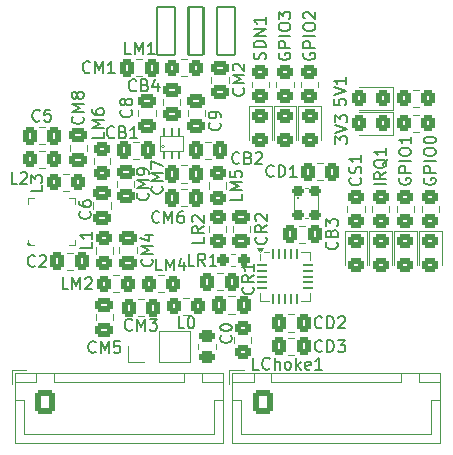
<source format=gto>
%TF.GenerationSoftware,KiCad,Pcbnew,8.0.8*%
%TF.CreationDate,2025-02-12T15:02:29-05:00*%
%TF.ProjectId,high-power-module,68696768-2d70-46f7-9765-722d6d6f6475,rev?*%
%TF.SameCoordinates,Original*%
%TF.FileFunction,Legend,Top*%
%TF.FilePolarity,Positive*%
%FSLAX46Y46*%
G04 Gerber Fmt 4.6, Leading zero omitted, Abs format (unit mm)*
G04 Created by KiCad (PCBNEW 8.0.8) date 2025-02-12 15:02:29*
%MOMM*%
%LPD*%
G01*
G04 APERTURE LIST*
G04 Aperture macros list*
%AMRoundRect*
0 Rectangle with rounded corners*
0 $1 Rounding radius*
0 $2 $3 $4 $5 $6 $7 $8 $9 X,Y pos of 4 corners*
0 Add a 4 corners polygon primitive as box body*
4,1,4,$2,$3,$4,$5,$6,$7,$8,$9,$2,$3,0*
0 Add four circle primitives for the rounded corners*
1,1,$1+$1,$2,$3*
1,1,$1+$1,$4,$5*
1,1,$1+$1,$6,$7*
1,1,$1+$1,$8,$9*
0 Add four rect primitives between the rounded corners*
20,1,$1+$1,$2,$3,$4,$5,0*
20,1,$1+$1,$4,$5,$6,$7,0*
20,1,$1+$1,$6,$7,$8,$9,0*
20,1,$1+$1,$8,$9,$2,$3,0*%
G04 Aperture macros list end*
%ADD10C,0.150000*%
%ADD11C,0.120000*%
%ADD12C,0.100000*%
%ADD13C,0.200000*%
%ADD14RoundRect,0.250000X-0.325000X-0.450000X0.325000X-0.450000X0.325000X0.450000X-0.325000X0.450000X0*%
%ADD15RoundRect,0.250000X-0.450000X0.325000X-0.450000X-0.325000X0.450000X-0.325000X0.450000X0.325000X0*%
%ADD16RoundRect,0.250000X0.337500X0.475000X-0.337500X0.475000X-0.337500X-0.475000X0.337500X-0.475000X0*%
%ADD17RoundRect,0.250000X0.475000X-0.337500X0.475000X0.337500X-0.475000X0.337500X-0.475000X-0.337500X0*%
%ADD18RoundRect,0.250000X0.325000X0.450000X-0.325000X0.450000X-0.325000X-0.450000X0.325000X-0.450000X0*%
%ADD19RoundRect,0.250000X-0.475000X0.337500X-0.475000X-0.337500X0.475000X-0.337500X0.475000X0.337500X0*%
%ADD20RoundRect,0.250000X0.450000X-0.350000X0.450000X0.350000X-0.450000X0.350000X-0.450000X-0.350000X0*%
%ADD21RoundRect,0.250000X-0.337500X-0.475000X0.337500X-0.475000X0.337500X0.475000X-0.337500X0.475000X0*%
%ADD22RoundRect,0.250000X-0.450000X0.262500X-0.450000X-0.262500X0.450000X-0.262500X0.450000X0.262500X0*%
%ADD23RoundRect,0.250000X-0.350000X-0.450000X0.350000X-0.450000X0.350000X0.450000X-0.350000X0.450000X0*%
%ADD24RoundRect,0.237500X-0.287500X-0.237500X0.287500X-0.237500X0.287500X0.237500X-0.287500X0.237500X0*%
%ADD25RoundRect,0.250000X0.450000X-0.325000X0.450000X0.325000X-0.450000X0.325000X-0.450000X-0.325000X0*%
%ADD26RoundRect,0.200000X-0.300000X0.200000X-0.300000X-0.200000X0.300000X-0.200000X0.300000X0.200000X0*%
%ADD27C,3.200000*%
%ADD28R,1.700000X1.700000*%
%ADD29O,1.700000X1.700000*%
%ADD30RoundRect,0.062500X0.062500X-0.262500X0.062500X0.262500X-0.062500X0.262500X-0.062500X-0.262500X0*%
%ADD31RoundRect,0.101600X-0.635000X-2.032000X0.635000X-2.032000X0.635000X2.032000X-0.635000X2.032000X0*%
%ADD32RoundRect,0.101600X-0.762000X-2.032000X0.762000X-2.032000X0.762000X2.032000X-0.762000X2.032000X0*%
%ADD33O,0.380000X0.700000*%
%ADD34O,0.700000X0.380000*%
%ADD35C,0.500000*%
%ADD36R,2.700000X2.700000*%
%ADD37RoundRect,0.250000X-0.600000X-0.725000X0.600000X-0.725000X0.600000X0.725000X-0.600000X0.725000X0*%
%ADD38O,1.700000X1.950000*%
%ADD39RoundRect,0.062500X-0.362500X-0.062500X0.362500X-0.062500X0.362500X0.062500X-0.362500X0.062500X0*%
%ADD40RoundRect,0.062500X-0.062500X-0.362500X0.062500X-0.362500X0.062500X0.362500X-0.062500X0.362500X0*%
%ADD41R,2.600000X2.600000*%
G04 APERTURE END LIST*
D10*
X127654819Y-85466666D02*
X127654819Y-85942856D01*
X127654819Y-85942856D02*
X126654819Y-85942856D01*
X126654819Y-85228570D02*
X126654819Y-84609523D01*
X126654819Y-84609523D02*
X127035771Y-84942856D01*
X127035771Y-84942856D02*
X127035771Y-84799999D01*
X127035771Y-84799999D02*
X127083390Y-84704761D01*
X127083390Y-84704761D02*
X127131009Y-84657142D01*
X127131009Y-84657142D02*
X127226247Y-84609523D01*
X127226247Y-84609523D02*
X127464342Y-84609523D01*
X127464342Y-84609523D02*
X127559580Y-84657142D01*
X127559580Y-84657142D02*
X127607200Y-84704761D01*
X127607200Y-84704761D02*
X127654819Y-84799999D01*
X127654819Y-84799999D02*
X127654819Y-85085713D01*
X127654819Y-85085713D02*
X127607200Y-85180951D01*
X127607200Y-85180951D02*
X127559580Y-85228570D01*
X154559580Y-84817857D02*
X154607200Y-84865476D01*
X154607200Y-84865476D02*
X154654819Y-85008333D01*
X154654819Y-85008333D02*
X154654819Y-85103571D01*
X154654819Y-85103571D02*
X154607200Y-85246428D01*
X154607200Y-85246428D02*
X154511961Y-85341666D01*
X154511961Y-85341666D02*
X154416723Y-85389285D01*
X154416723Y-85389285D02*
X154226247Y-85436904D01*
X154226247Y-85436904D02*
X154083390Y-85436904D01*
X154083390Y-85436904D02*
X153892914Y-85389285D01*
X153892914Y-85389285D02*
X153797676Y-85341666D01*
X153797676Y-85341666D02*
X153702438Y-85246428D01*
X153702438Y-85246428D02*
X153654819Y-85103571D01*
X153654819Y-85103571D02*
X153654819Y-85008333D01*
X153654819Y-85008333D02*
X153702438Y-84865476D01*
X153702438Y-84865476D02*
X153750057Y-84817857D01*
X154607200Y-84436904D02*
X154654819Y-84294047D01*
X154654819Y-84294047D02*
X154654819Y-84055952D01*
X154654819Y-84055952D02*
X154607200Y-83960714D01*
X154607200Y-83960714D02*
X154559580Y-83913095D01*
X154559580Y-83913095D02*
X154464342Y-83865476D01*
X154464342Y-83865476D02*
X154369104Y-83865476D01*
X154369104Y-83865476D02*
X154273866Y-83913095D01*
X154273866Y-83913095D02*
X154226247Y-83960714D01*
X154226247Y-83960714D02*
X154178628Y-84055952D01*
X154178628Y-84055952D02*
X154131009Y-84246428D01*
X154131009Y-84246428D02*
X154083390Y-84341666D01*
X154083390Y-84341666D02*
X154035771Y-84389285D01*
X154035771Y-84389285D02*
X153940533Y-84436904D01*
X153940533Y-84436904D02*
X153845295Y-84436904D01*
X153845295Y-84436904D02*
X153750057Y-84389285D01*
X153750057Y-84389285D02*
X153702438Y-84341666D01*
X153702438Y-84341666D02*
X153654819Y-84246428D01*
X153654819Y-84246428D02*
X153654819Y-84008333D01*
X153654819Y-84008333D02*
X153702438Y-83865476D01*
X154654819Y-82913095D02*
X154654819Y-83484523D01*
X154654819Y-83198809D02*
X153654819Y-83198809D01*
X153654819Y-83198809D02*
X153797676Y-83294047D01*
X153797676Y-83294047D02*
X153892914Y-83389285D01*
X153892914Y-83389285D02*
X153940533Y-83484523D01*
X137561904Y-88539580D02*
X137514285Y-88587200D01*
X137514285Y-88587200D02*
X137371428Y-88634819D01*
X137371428Y-88634819D02*
X137276190Y-88634819D01*
X137276190Y-88634819D02*
X137133333Y-88587200D01*
X137133333Y-88587200D02*
X137038095Y-88491961D01*
X137038095Y-88491961D02*
X136990476Y-88396723D01*
X136990476Y-88396723D02*
X136942857Y-88206247D01*
X136942857Y-88206247D02*
X136942857Y-88063390D01*
X136942857Y-88063390D02*
X136990476Y-87872914D01*
X136990476Y-87872914D02*
X137038095Y-87777676D01*
X137038095Y-87777676D02*
X137133333Y-87682438D01*
X137133333Y-87682438D02*
X137276190Y-87634819D01*
X137276190Y-87634819D02*
X137371428Y-87634819D01*
X137371428Y-87634819D02*
X137514285Y-87682438D01*
X137514285Y-87682438D02*
X137561904Y-87730057D01*
X137990476Y-88634819D02*
X137990476Y-87634819D01*
X137990476Y-87634819D02*
X138323809Y-88349104D01*
X138323809Y-88349104D02*
X138657142Y-87634819D01*
X138657142Y-87634819D02*
X138657142Y-88634819D01*
X139561904Y-87634819D02*
X139371428Y-87634819D01*
X139371428Y-87634819D02*
X139276190Y-87682438D01*
X139276190Y-87682438D02*
X139228571Y-87730057D01*
X139228571Y-87730057D02*
X139133333Y-87872914D01*
X139133333Y-87872914D02*
X139085714Y-88063390D01*
X139085714Y-88063390D02*
X139085714Y-88444342D01*
X139085714Y-88444342D02*
X139133333Y-88539580D01*
X139133333Y-88539580D02*
X139180952Y-88587200D01*
X139180952Y-88587200D02*
X139276190Y-88634819D01*
X139276190Y-88634819D02*
X139466666Y-88634819D01*
X139466666Y-88634819D02*
X139561904Y-88587200D01*
X139561904Y-88587200D02*
X139609523Y-88539580D01*
X139609523Y-88539580D02*
X139657142Y-88444342D01*
X139657142Y-88444342D02*
X139657142Y-88206247D01*
X139657142Y-88206247D02*
X139609523Y-88111009D01*
X139609523Y-88111009D02*
X139561904Y-88063390D01*
X139561904Y-88063390D02*
X139466666Y-88015771D01*
X139466666Y-88015771D02*
X139276190Y-88015771D01*
X139276190Y-88015771D02*
X139180952Y-88063390D01*
X139180952Y-88063390D02*
X139133333Y-88111009D01*
X139133333Y-88111009D02*
X139085714Y-88206247D01*
X147702438Y-74276190D02*
X147654819Y-74371428D01*
X147654819Y-74371428D02*
X147654819Y-74514285D01*
X147654819Y-74514285D02*
X147702438Y-74657142D01*
X147702438Y-74657142D02*
X147797676Y-74752380D01*
X147797676Y-74752380D02*
X147892914Y-74799999D01*
X147892914Y-74799999D02*
X148083390Y-74847618D01*
X148083390Y-74847618D02*
X148226247Y-74847618D01*
X148226247Y-74847618D02*
X148416723Y-74799999D01*
X148416723Y-74799999D02*
X148511961Y-74752380D01*
X148511961Y-74752380D02*
X148607200Y-74657142D01*
X148607200Y-74657142D02*
X148654819Y-74514285D01*
X148654819Y-74514285D02*
X148654819Y-74419047D01*
X148654819Y-74419047D02*
X148607200Y-74276190D01*
X148607200Y-74276190D02*
X148559580Y-74228571D01*
X148559580Y-74228571D02*
X148226247Y-74228571D01*
X148226247Y-74228571D02*
X148226247Y-74419047D01*
X148654819Y-73799999D02*
X147654819Y-73799999D01*
X147654819Y-73799999D02*
X147654819Y-73419047D01*
X147654819Y-73419047D02*
X147702438Y-73323809D01*
X147702438Y-73323809D02*
X147750057Y-73276190D01*
X147750057Y-73276190D02*
X147845295Y-73228571D01*
X147845295Y-73228571D02*
X147988152Y-73228571D01*
X147988152Y-73228571D02*
X148083390Y-73276190D01*
X148083390Y-73276190D02*
X148131009Y-73323809D01*
X148131009Y-73323809D02*
X148178628Y-73419047D01*
X148178628Y-73419047D02*
X148178628Y-73799999D01*
X148654819Y-72799999D02*
X147654819Y-72799999D01*
X147654819Y-72133333D02*
X147654819Y-71942857D01*
X147654819Y-71942857D02*
X147702438Y-71847619D01*
X147702438Y-71847619D02*
X147797676Y-71752381D01*
X147797676Y-71752381D02*
X147988152Y-71704762D01*
X147988152Y-71704762D02*
X148321485Y-71704762D01*
X148321485Y-71704762D02*
X148511961Y-71752381D01*
X148511961Y-71752381D02*
X148607200Y-71847619D01*
X148607200Y-71847619D02*
X148654819Y-71942857D01*
X148654819Y-71942857D02*
X148654819Y-72133333D01*
X148654819Y-72133333D02*
X148607200Y-72228571D01*
X148607200Y-72228571D02*
X148511961Y-72323809D01*
X148511961Y-72323809D02*
X148321485Y-72371428D01*
X148321485Y-72371428D02*
X147988152Y-72371428D01*
X147988152Y-72371428D02*
X147797676Y-72323809D01*
X147797676Y-72323809D02*
X147702438Y-72228571D01*
X147702438Y-72228571D02*
X147654819Y-72133333D01*
X147654819Y-71371428D02*
X147654819Y-70752381D01*
X147654819Y-70752381D02*
X148035771Y-71085714D01*
X148035771Y-71085714D02*
X148035771Y-70942857D01*
X148035771Y-70942857D02*
X148083390Y-70847619D01*
X148083390Y-70847619D02*
X148131009Y-70800000D01*
X148131009Y-70800000D02*
X148226247Y-70752381D01*
X148226247Y-70752381D02*
X148464342Y-70752381D01*
X148464342Y-70752381D02*
X148559580Y-70800000D01*
X148559580Y-70800000D02*
X148607200Y-70847619D01*
X148607200Y-70847619D02*
X148654819Y-70942857D01*
X148654819Y-70942857D02*
X148654819Y-71228571D01*
X148654819Y-71228571D02*
X148607200Y-71323809D01*
X148607200Y-71323809D02*
X148559580Y-71371428D01*
X136909580Y-91688095D02*
X136957200Y-91735714D01*
X136957200Y-91735714D02*
X137004819Y-91878571D01*
X137004819Y-91878571D02*
X137004819Y-91973809D01*
X137004819Y-91973809D02*
X136957200Y-92116666D01*
X136957200Y-92116666D02*
X136861961Y-92211904D01*
X136861961Y-92211904D02*
X136766723Y-92259523D01*
X136766723Y-92259523D02*
X136576247Y-92307142D01*
X136576247Y-92307142D02*
X136433390Y-92307142D01*
X136433390Y-92307142D02*
X136242914Y-92259523D01*
X136242914Y-92259523D02*
X136147676Y-92211904D01*
X136147676Y-92211904D02*
X136052438Y-92116666D01*
X136052438Y-92116666D02*
X136004819Y-91973809D01*
X136004819Y-91973809D02*
X136004819Y-91878571D01*
X136004819Y-91878571D02*
X136052438Y-91735714D01*
X136052438Y-91735714D02*
X136100057Y-91688095D01*
X137004819Y-91259523D02*
X136004819Y-91259523D01*
X136004819Y-91259523D02*
X136719104Y-90926190D01*
X136719104Y-90926190D02*
X136004819Y-90592857D01*
X136004819Y-90592857D02*
X137004819Y-90592857D01*
X136338152Y-89688095D02*
X137004819Y-89688095D01*
X135957200Y-89926190D02*
X136671485Y-90164285D01*
X136671485Y-90164285D02*
X136671485Y-89545238D01*
X129861904Y-94254819D02*
X129385714Y-94254819D01*
X129385714Y-94254819D02*
X129385714Y-93254819D01*
X130195238Y-94254819D02*
X130195238Y-93254819D01*
X130195238Y-93254819D02*
X130528571Y-93969104D01*
X130528571Y-93969104D02*
X130861904Y-93254819D01*
X130861904Y-93254819D02*
X130861904Y-94254819D01*
X131290476Y-93350057D02*
X131338095Y-93302438D01*
X131338095Y-93302438D02*
X131433333Y-93254819D01*
X131433333Y-93254819D02*
X131671428Y-93254819D01*
X131671428Y-93254819D02*
X131766666Y-93302438D01*
X131766666Y-93302438D02*
X131814285Y-93350057D01*
X131814285Y-93350057D02*
X131861904Y-93445295D01*
X131861904Y-93445295D02*
X131861904Y-93540533D01*
X131861904Y-93540533D02*
X131814285Y-93683390D01*
X131814285Y-93683390D02*
X131242857Y-94254819D01*
X131242857Y-94254819D02*
X131861904Y-94254819D01*
X135159580Y-79066666D02*
X135207200Y-79114285D01*
X135207200Y-79114285D02*
X135254819Y-79257142D01*
X135254819Y-79257142D02*
X135254819Y-79352380D01*
X135254819Y-79352380D02*
X135207200Y-79495237D01*
X135207200Y-79495237D02*
X135111961Y-79590475D01*
X135111961Y-79590475D02*
X135016723Y-79638094D01*
X135016723Y-79638094D02*
X134826247Y-79685713D01*
X134826247Y-79685713D02*
X134683390Y-79685713D01*
X134683390Y-79685713D02*
X134492914Y-79638094D01*
X134492914Y-79638094D02*
X134397676Y-79590475D01*
X134397676Y-79590475D02*
X134302438Y-79495237D01*
X134302438Y-79495237D02*
X134254819Y-79352380D01*
X134254819Y-79352380D02*
X134254819Y-79257142D01*
X134254819Y-79257142D02*
X134302438Y-79114285D01*
X134302438Y-79114285D02*
X134350057Y-79066666D01*
X134683390Y-78495237D02*
X134635771Y-78590475D01*
X134635771Y-78590475D02*
X134588152Y-78638094D01*
X134588152Y-78638094D02*
X134492914Y-78685713D01*
X134492914Y-78685713D02*
X134445295Y-78685713D01*
X134445295Y-78685713D02*
X134350057Y-78638094D01*
X134350057Y-78638094D02*
X134302438Y-78590475D01*
X134302438Y-78590475D02*
X134254819Y-78495237D01*
X134254819Y-78495237D02*
X134254819Y-78304761D01*
X134254819Y-78304761D02*
X134302438Y-78209523D01*
X134302438Y-78209523D02*
X134350057Y-78161904D01*
X134350057Y-78161904D02*
X134445295Y-78114285D01*
X134445295Y-78114285D02*
X134492914Y-78114285D01*
X134492914Y-78114285D02*
X134588152Y-78161904D01*
X134588152Y-78161904D02*
X134635771Y-78209523D01*
X134635771Y-78209523D02*
X134683390Y-78304761D01*
X134683390Y-78304761D02*
X134683390Y-78495237D01*
X134683390Y-78495237D02*
X134731009Y-78590475D01*
X134731009Y-78590475D02*
X134778628Y-78638094D01*
X134778628Y-78638094D02*
X134873866Y-78685713D01*
X134873866Y-78685713D02*
X135064342Y-78685713D01*
X135064342Y-78685713D02*
X135159580Y-78638094D01*
X135159580Y-78638094D02*
X135207200Y-78590475D01*
X135207200Y-78590475D02*
X135254819Y-78495237D01*
X135254819Y-78495237D02*
X135254819Y-78304761D01*
X135254819Y-78304761D02*
X135207200Y-78209523D01*
X135207200Y-78209523D02*
X135159580Y-78161904D01*
X135159580Y-78161904D02*
X135064342Y-78114285D01*
X135064342Y-78114285D02*
X134873866Y-78114285D01*
X134873866Y-78114285D02*
X134778628Y-78161904D01*
X134778628Y-78161904D02*
X134731009Y-78209523D01*
X134731009Y-78209523D02*
X134683390Y-78304761D01*
X146507200Y-74785713D02*
X146554819Y-74642856D01*
X146554819Y-74642856D02*
X146554819Y-74404761D01*
X146554819Y-74404761D02*
X146507200Y-74309523D01*
X146507200Y-74309523D02*
X146459580Y-74261904D01*
X146459580Y-74261904D02*
X146364342Y-74214285D01*
X146364342Y-74214285D02*
X146269104Y-74214285D01*
X146269104Y-74214285D02*
X146173866Y-74261904D01*
X146173866Y-74261904D02*
X146126247Y-74309523D01*
X146126247Y-74309523D02*
X146078628Y-74404761D01*
X146078628Y-74404761D02*
X146031009Y-74595237D01*
X146031009Y-74595237D02*
X145983390Y-74690475D01*
X145983390Y-74690475D02*
X145935771Y-74738094D01*
X145935771Y-74738094D02*
X145840533Y-74785713D01*
X145840533Y-74785713D02*
X145745295Y-74785713D01*
X145745295Y-74785713D02*
X145650057Y-74738094D01*
X145650057Y-74738094D02*
X145602438Y-74690475D01*
X145602438Y-74690475D02*
X145554819Y-74595237D01*
X145554819Y-74595237D02*
X145554819Y-74357142D01*
X145554819Y-74357142D02*
X145602438Y-74214285D01*
X146554819Y-73785713D02*
X145554819Y-73785713D01*
X145554819Y-73785713D02*
X145554819Y-73547618D01*
X145554819Y-73547618D02*
X145602438Y-73404761D01*
X145602438Y-73404761D02*
X145697676Y-73309523D01*
X145697676Y-73309523D02*
X145792914Y-73261904D01*
X145792914Y-73261904D02*
X145983390Y-73214285D01*
X145983390Y-73214285D02*
X146126247Y-73214285D01*
X146126247Y-73214285D02*
X146316723Y-73261904D01*
X146316723Y-73261904D02*
X146411961Y-73309523D01*
X146411961Y-73309523D02*
X146507200Y-73404761D01*
X146507200Y-73404761D02*
X146554819Y-73547618D01*
X146554819Y-73547618D02*
X146554819Y-73785713D01*
X146554819Y-72785713D02*
X145554819Y-72785713D01*
X145554819Y-72785713D02*
X146554819Y-72214285D01*
X146554819Y-72214285D02*
X145554819Y-72214285D01*
X146554819Y-71214285D02*
X146554819Y-71785713D01*
X146554819Y-71499999D02*
X145554819Y-71499999D01*
X145554819Y-71499999D02*
X145697676Y-71595237D01*
X145697676Y-71595237D02*
X145792914Y-71690475D01*
X145792914Y-71690475D02*
X145840533Y-71785713D01*
X152454819Y-81938094D02*
X152454819Y-81319047D01*
X152454819Y-81319047D02*
X152835771Y-81652380D01*
X152835771Y-81652380D02*
X152835771Y-81509523D01*
X152835771Y-81509523D02*
X152883390Y-81414285D01*
X152883390Y-81414285D02*
X152931009Y-81366666D01*
X152931009Y-81366666D02*
X153026247Y-81319047D01*
X153026247Y-81319047D02*
X153264342Y-81319047D01*
X153264342Y-81319047D02*
X153359580Y-81366666D01*
X153359580Y-81366666D02*
X153407200Y-81414285D01*
X153407200Y-81414285D02*
X153454819Y-81509523D01*
X153454819Y-81509523D02*
X153454819Y-81795237D01*
X153454819Y-81795237D02*
X153407200Y-81890475D01*
X153407200Y-81890475D02*
X153359580Y-81938094D01*
X152454819Y-81033332D02*
X153454819Y-80699999D01*
X153454819Y-80699999D02*
X152454819Y-80366666D01*
X152454819Y-80128570D02*
X152454819Y-79509523D01*
X152454819Y-79509523D02*
X152835771Y-79842856D01*
X152835771Y-79842856D02*
X152835771Y-79699999D01*
X152835771Y-79699999D02*
X152883390Y-79604761D01*
X152883390Y-79604761D02*
X152931009Y-79557142D01*
X152931009Y-79557142D02*
X153026247Y-79509523D01*
X153026247Y-79509523D02*
X153264342Y-79509523D01*
X153264342Y-79509523D02*
X153359580Y-79557142D01*
X153359580Y-79557142D02*
X153407200Y-79604761D01*
X153407200Y-79604761D02*
X153454819Y-79699999D01*
X153454819Y-79699999D02*
X153454819Y-79985713D01*
X153454819Y-79985713D02*
X153407200Y-80080951D01*
X153407200Y-80080951D02*
X153359580Y-80128570D01*
X137761904Y-92654819D02*
X137285714Y-92654819D01*
X137285714Y-92654819D02*
X137285714Y-91654819D01*
X138095238Y-92654819D02*
X138095238Y-91654819D01*
X138095238Y-91654819D02*
X138428571Y-92369104D01*
X138428571Y-92369104D02*
X138761904Y-91654819D01*
X138761904Y-91654819D02*
X138761904Y-92654819D01*
X139666666Y-91988152D02*
X139666666Y-92654819D01*
X139428571Y-91607200D02*
X139190476Y-92321485D01*
X139190476Y-92321485D02*
X139809523Y-92321485D01*
X157902438Y-84851190D02*
X157854819Y-84946428D01*
X157854819Y-84946428D02*
X157854819Y-85089285D01*
X157854819Y-85089285D02*
X157902438Y-85232142D01*
X157902438Y-85232142D02*
X157997676Y-85327380D01*
X157997676Y-85327380D02*
X158092914Y-85374999D01*
X158092914Y-85374999D02*
X158283390Y-85422618D01*
X158283390Y-85422618D02*
X158426247Y-85422618D01*
X158426247Y-85422618D02*
X158616723Y-85374999D01*
X158616723Y-85374999D02*
X158711961Y-85327380D01*
X158711961Y-85327380D02*
X158807200Y-85232142D01*
X158807200Y-85232142D02*
X158854819Y-85089285D01*
X158854819Y-85089285D02*
X158854819Y-84994047D01*
X158854819Y-84994047D02*
X158807200Y-84851190D01*
X158807200Y-84851190D02*
X158759580Y-84803571D01*
X158759580Y-84803571D02*
X158426247Y-84803571D01*
X158426247Y-84803571D02*
X158426247Y-84994047D01*
X158854819Y-84374999D02*
X157854819Y-84374999D01*
X157854819Y-84374999D02*
X157854819Y-83994047D01*
X157854819Y-83994047D02*
X157902438Y-83898809D01*
X157902438Y-83898809D02*
X157950057Y-83851190D01*
X157950057Y-83851190D02*
X158045295Y-83803571D01*
X158045295Y-83803571D02*
X158188152Y-83803571D01*
X158188152Y-83803571D02*
X158283390Y-83851190D01*
X158283390Y-83851190D02*
X158331009Y-83898809D01*
X158331009Y-83898809D02*
X158378628Y-83994047D01*
X158378628Y-83994047D02*
X158378628Y-84374999D01*
X158854819Y-83374999D02*
X157854819Y-83374999D01*
X157854819Y-82708333D02*
X157854819Y-82517857D01*
X157854819Y-82517857D02*
X157902438Y-82422619D01*
X157902438Y-82422619D02*
X157997676Y-82327381D01*
X157997676Y-82327381D02*
X158188152Y-82279762D01*
X158188152Y-82279762D02*
X158521485Y-82279762D01*
X158521485Y-82279762D02*
X158711961Y-82327381D01*
X158711961Y-82327381D02*
X158807200Y-82422619D01*
X158807200Y-82422619D02*
X158854819Y-82517857D01*
X158854819Y-82517857D02*
X158854819Y-82708333D01*
X158854819Y-82708333D02*
X158807200Y-82803571D01*
X158807200Y-82803571D02*
X158711961Y-82898809D01*
X158711961Y-82898809D02*
X158521485Y-82946428D01*
X158521485Y-82946428D02*
X158188152Y-82946428D01*
X158188152Y-82946428D02*
X157997676Y-82898809D01*
X157997676Y-82898809D02*
X157902438Y-82803571D01*
X157902438Y-82803571D02*
X157854819Y-82708333D01*
X158854819Y-81327381D02*
X158854819Y-81898809D01*
X158854819Y-81613095D02*
X157854819Y-81613095D01*
X157854819Y-81613095D02*
X157997676Y-81708333D01*
X157997676Y-81708333D02*
X158092914Y-81803571D01*
X158092914Y-81803571D02*
X158140533Y-81898809D01*
X152559580Y-90266666D02*
X152607200Y-90314285D01*
X152607200Y-90314285D02*
X152654819Y-90457142D01*
X152654819Y-90457142D02*
X152654819Y-90552380D01*
X152654819Y-90552380D02*
X152607200Y-90695237D01*
X152607200Y-90695237D02*
X152511961Y-90790475D01*
X152511961Y-90790475D02*
X152416723Y-90838094D01*
X152416723Y-90838094D02*
X152226247Y-90885713D01*
X152226247Y-90885713D02*
X152083390Y-90885713D01*
X152083390Y-90885713D02*
X151892914Y-90838094D01*
X151892914Y-90838094D02*
X151797676Y-90790475D01*
X151797676Y-90790475D02*
X151702438Y-90695237D01*
X151702438Y-90695237D02*
X151654819Y-90552380D01*
X151654819Y-90552380D02*
X151654819Y-90457142D01*
X151654819Y-90457142D02*
X151702438Y-90314285D01*
X151702438Y-90314285D02*
X151750057Y-90266666D01*
X152131009Y-89504761D02*
X152178628Y-89361904D01*
X152178628Y-89361904D02*
X152226247Y-89314285D01*
X152226247Y-89314285D02*
X152321485Y-89266666D01*
X152321485Y-89266666D02*
X152464342Y-89266666D01*
X152464342Y-89266666D02*
X152559580Y-89314285D01*
X152559580Y-89314285D02*
X152607200Y-89361904D01*
X152607200Y-89361904D02*
X152654819Y-89457142D01*
X152654819Y-89457142D02*
X152654819Y-89838094D01*
X152654819Y-89838094D02*
X151654819Y-89838094D01*
X151654819Y-89838094D02*
X151654819Y-89504761D01*
X151654819Y-89504761D02*
X151702438Y-89409523D01*
X151702438Y-89409523D02*
X151750057Y-89361904D01*
X151750057Y-89361904D02*
X151845295Y-89314285D01*
X151845295Y-89314285D02*
X151940533Y-89314285D01*
X151940533Y-89314285D02*
X152035771Y-89361904D01*
X152035771Y-89361904D02*
X152083390Y-89409523D01*
X152083390Y-89409523D02*
X152131009Y-89504761D01*
X152131009Y-89504761D02*
X152131009Y-89838094D01*
X151654819Y-88933332D02*
X151654819Y-88314285D01*
X151654819Y-88314285D02*
X152035771Y-88647618D01*
X152035771Y-88647618D02*
X152035771Y-88504761D01*
X152035771Y-88504761D02*
X152083390Y-88409523D01*
X152083390Y-88409523D02*
X152131009Y-88361904D01*
X152131009Y-88361904D02*
X152226247Y-88314285D01*
X152226247Y-88314285D02*
X152464342Y-88314285D01*
X152464342Y-88314285D02*
X152559580Y-88361904D01*
X152559580Y-88361904D02*
X152607200Y-88409523D01*
X152607200Y-88409523D02*
X152654819Y-88504761D01*
X152654819Y-88504761D02*
X152654819Y-88790475D01*
X152654819Y-88790475D02*
X152607200Y-88885713D01*
X152607200Y-88885713D02*
X152559580Y-88933332D01*
X135261904Y-97659580D02*
X135214285Y-97707200D01*
X135214285Y-97707200D02*
X135071428Y-97754819D01*
X135071428Y-97754819D02*
X134976190Y-97754819D01*
X134976190Y-97754819D02*
X134833333Y-97707200D01*
X134833333Y-97707200D02*
X134738095Y-97611961D01*
X134738095Y-97611961D02*
X134690476Y-97516723D01*
X134690476Y-97516723D02*
X134642857Y-97326247D01*
X134642857Y-97326247D02*
X134642857Y-97183390D01*
X134642857Y-97183390D02*
X134690476Y-96992914D01*
X134690476Y-96992914D02*
X134738095Y-96897676D01*
X134738095Y-96897676D02*
X134833333Y-96802438D01*
X134833333Y-96802438D02*
X134976190Y-96754819D01*
X134976190Y-96754819D02*
X135071428Y-96754819D01*
X135071428Y-96754819D02*
X135214285Y-96802438D01*
X135214285Y-96802438D02*
X135261904Y-96850057D01*
X135690476Y-97754819D02*
X135690476Y-96754819D01*
X135690476Y-96754819D02*
X136023809Y-97469104D01*
X136023809Y-97469104D02*
X136357142Y-96754819D01*
X136357142Y-96754819D02*
X136357142Y-97754819D01*
X136738095Y-96754819D02*
X137357142Y-96754819D01*
X137357142Y-96754819D02*
X137023809Y-97135771D01*
X137023809Y-97135771D02*
X137166666Y-97135771D01*
X137166666Y-97135771D02*
X137261904Y-97183390D01*
X137261904Y-97183390D02*
X137309523Y-97231009D01*
X137309523Y-97231009D02*
X137357142Y-97326247D01*
X137357142Y-97326247D02*
X137357142Y-97564342D01*
X137357142Y-97564342D02*
X137309523Y-97659580D01*
X137309523Y-97659580D02*
X137261904Y-97707200D01*
X137261904Y-97707200D02*
X137166666Y-97754819D01*
X137166666Y-97754819D02*
X136880952Y-97754819D01*
X136880952Y-97754819D02*
X136785714Y-97707200D01*
X136785714Y-97707200D02*
X136738095Y-97659580D01*
X140533333Y-92254819D02*
X140057143Y-92254819D01*
X140057143Y-92254819D02*
X140057143Y-91254819D01*
X141438095Y-92254819D02*
X141104762Y-91778628D01*
X140866667Y-92254819D02*
X140866667Y-91254819D01*
X140866667Y-91254819D02*
X141247619Y-91254819D01*
X141247619Y-91254819D02*
X141342857Y-91302438D01*
X141342857Y-91302438D02*
X141390476Y-91350057D01*
X141390476Y-91350057D02*
X141438095Y-91445295D01*
X141438095Y-91445295D02*
X141438095Y-91588152D01*
X141438095Y-91588152D02*
X141390476Y-91683390D01*
X141390476Y-91683390D02*
X141342857Y-91731009D01*
X141342857Y-91731009D02*
X141247619Y-91778628D01*
X141247619Y-91778628D02*
X140866667Y-91778628D01*
X142390476Y-92254819D02*
X141819048Y-92254819D01*
X142104762Y-92254819D02*
X142104762Y-91254819D01*
X142104762Y-91254819D02*
X142009524Y-91397676D01*
X142009524Y-91397676D02*
X141914286Y-91492914D01*
X141914286Y-91492914D02*
X141819048Y-91540533D01*
X141304819Y-89841666D02*
X141304819Y-90317856D01*
X141304819Y-90317856D02*
X140304819Y-90317856D01*
X141304819Y-88936904D02*
X140828628Y-89270237D01*
X141304819Y-89508332D02*
X140304819Y-89508332D01*
X140304819Y-89508332D02*
X140304819Y-89127380D01*
X140304819Y-89127380D02*
X140352438Y-89032142D01*
X140352438Y-89032142D02*
X140400057Y-88984523D01*
X140400057Y-88984523D02*
X140495295Y-88936904D01*
X140495295Y-88936904D02*
X140638152Y-88936904D01*
X140638152Y-88936904D02*
X140733390Y-88984523D01*
X140733390Y-88984523D02*
X140781009Y-89032142D01*
X140781009Y-89032142D02*
X140828628Y-89127380D01*
X140828628Y-89127380D02*
X140828628Y-89508332D01*
X140400057Y-88555951D02*
X140352438Y-88508332D01*
X140352438Y-88508332D02*
X140304819Y-88413094D01*
X140304819Y-88413094D02*
X140304819Y-88174999D01*
X140304819Y-88174999D02*
X140352438Y-88079761D01*
X140352438Y-88079761D02*
X140400057Y-88032142D01*
X140400057Y-88032142D02*
X140495295Y-87984523D01*
X140495295Y-87984523D02*
X140590533Y-87984523D01*
X140590533Y-87984523D02*
X140733390Y-88032142D01*
X140733390Y-88032142D02*
X141304819Y-88603570D01*
X141304819Y-88603570D02*
X141304819Y-87984523D01*
X132161904Y-99559580D02*
X132114285Y-99607200D01*
X132114285Y-99607200D02*
X131971428Y-99654819D01*
X131971428Y-99654819D02*
X131876190Y-99654819D01*
X131876190Y-99654819D02*
X131733333Y-99607200D01*
X131733333Y-99607200D02*
X131638095Y-99511961D01*
X131638095Y-99511961D02*
X131590476Y-99416723D01*
X131590476Y-99416723D02*
X131542857Y-99226247D01*
X131542857Y-99226247D02*
X131542857Y-99083390D01*
X131542857Y-99083390D02*
X131590476Y-98892914D01*
X131590476Y-98892914D02*
X131638095Y-98797676D01*
X131638095Y-98797676D02*
X131733333Y-98702438D01*
X131733333Y-98702438D02*
X131876190Y-98654819D01*
X131876190Y-98654819D02*
X131971428Y-98654819D01*
X131971428Y-98654819D02*
X132114285Y-98702438D01*
X132114285Y-98702438D02*
X132161904Y-98750057D01*
X132590476Y-99654819D02*
X132590476Y-98654819D01*
X132590476Y-98654819D02*
X132923809Y-99369104D01*
X132923809Y-99369104D02*
X133257142Y-98654819D01*
X133257142Y-98654819D02*
X133257142Y-99654819D01*
X134209523Y-98654819D02*
X133733333Y-98654819D01*
X133733333Y-98654819D02*
X133685714Y-99131009D01*
X133685714Y-99131009D02*
X133733333Y-99083390D01*
X133733333Y-99083390D02*
X133828571Y-99035771D01*
X133828571Y-99035771D02*
X134066666Y-99035771D01*
X134066666Y-99035771D02*
X134161904Y-99083390D01*
X134161904Y-99083390D02*
X134209523Y-99131009D01*
X134209523Y-99131009D02*
X134257142Y-99226247D01*
X134257142Y-99226247D02*
X134257142Y-99464342D01*
X134257142Y-99464342D02*
X134209523Y-99559580D01*
X134209523Y-99559580D02*
X134161904Y-99607200D01*
X134161904Y-99607200D02*
X134066666Y-99654819D01*
X134066666Y-99654819D02*
X133828571Y-99654819D01*
X133828571Y-99654819D02*
X133733333Y-99607200D01*
X133733333Y-99607200D02*
X133685714Y-99559580D01*
X156754819Y-85374999D02*
X155754819Y-85374999D01*
X156754819Y-84327381D02*
X156278628Y-84660714D01*
X156754819Y-84898809D02*
X155754819Y-84898809D01*
X155754819Y-84898809D02*
X155754819Y-84517857D01*
X155754819Y-84517857D02*
X155802438Y-84422619D01*
X155802438Y-84422619D02*
X155850057Y-84375000D01*
X155850057Y-84375000D02*
X155945295Y-84327381D01*
X155945295Y-84327381D02*
X156088152Y-84327381D01*
X156088152Y-84327381D02*
X156183390Y-84375000D01*
X156183390Y-84375000D02*
X156231009Y-84422619D01*
X156231009Y-84422619D02*
X156278628Y-84517857D01*
X156278628Y-84517857D02*
X156278628Y-84898809D01*
X156850057Y-83232143D02*
X156802438Y-83327381D01*
X156802438Y-83327381D02*
X156707200Y-83422619D01*
X156707200Y-83422619D02*
X156564342Y-83565476D01*
X156564342Y-83565476D02*
X156516723Y-83660714D01*
X156516723Y-83660714D02*
X156516723Y-83755952D01*
X156754819Y-83708333D02*
X156707200Y-83803571D01*
X156707200Y-83803571D02*
X156611961Y-83898809D01*
X156611961Y-83898809D02*
X156421485Y-83946428D01*
X156421485Y-83946428D02*
X156088152Y-83946428D01*
X156088152Y-83946428D02*
X155897676Y-83898809D01*
X155897676Y-83898809D02*
X155802438Y-83803571D01*
X155802438Y-83803571D02*
X155754819Y-83708333D01*
X155754819Y-83708333D02*
X155754819Y-83517857D01*
X155754819Y-83517857D02*
X155802438Y-83422619D01*
X155802438Y-83422619D02*
X155897676Y-83327381D01*
X155897676Y-83327381D02*
X156088152Y-83279762D01*
X156088152Y-83279762D02*
X156421485Y-83279762D01*
X156421485Y-83279762D02*
X156611961Y-83327381D01*
X156611961Y-83327381D02*
X156707200Y-83422619D01*
X156707200Y-83422619D02*
X156754819Y-83517857D01*
X156754819Y-83517857D02*
X156754819Y-83708333D01*
X156754819Y-82327381D02*
X156754819Y-82898809D01*
X156754819Y-82613095D02*
X155754819Y-82613095D01*
X155754819Y-82613095D02*
X155897676Y-82708333D01*
X155897676Y-82708333D02*
X155992914Y-82803571D01*
X155992914Y-82803571D02*
X156040533Y-82898809D01*
X146559580Y-89829166D02*
X146607200Y-89876785D01*
X146607200Y-89876785D02*
X146654819Y-90019642D01*
X146654819Y-90019642D02*
X146654819Y-90114880D01*
X146654819Y-90114880D02*
X146607200Y-90257737D01*
X146607200Y-90257737D02*
X146511961Y-90352975D01*
X146511961Y-90352975D02*
X146416723Y-90400594D01*
X146416723Y-90400594D02*
X146226247Y-90448213D01*
X146226247Y-90448213D02*
X146083390Y-90448213D01*
X146083390Y-90448213D02*
X145892914Y-90400594D01*
X145892914Y-90400594D02*
X145797676Y-90352975D01*
X145797676Y-90352975D02*
X145702438Y-90257737D01*
X145702438Y-90257737D02*
X145654819Y-90114880D01*
X145654819Y-90114880D02*
X145654819Y-90019642D01*
X145654819Y-90019642D02*
X145702438Y-89876785D01*
X145702438Y-89876785D02*
X145750057Y-89829166D01*
X146654819Y-88829166D02*
X146178628Y-89162499D01*
X146654819Y-89400594D02*
X145654819Y-89400594D01*
X145654819Y-89400594D02*
X145654819Y-89019642D01*
X145654819Y-89019642D02*
X145702438Y-88924404D01*
X145702438Y-88924404D02*
X145750057Y-88876785D01*
X145750057Y-88876785D02*
X145845295Y-88829166D01*
X145845295Y-88829166D02*
X145988152Y-88829166D01*
X145988152Y-88829166D02*
X146083390Y-88876785D01*
X146083390Y-88876785D02*
X146131009Y-88924404D01*
X146131009Y-88924404D02*
X146178628Y-89019642D01*
X146178628Y-89019642D02*
X146178628Y-89400594D01*
X145750057Y-88448213D02*
X145702438Y-88400594D01*
X145702438Y-88400594D02*
X145654819Y-88305356D01*
X145654819Y-88305356D02*
X145654819Y-88067261D01*
X145654819Y-88067261D02*
X145702438Y-87972023D01*
X145702438Y-87972023D02*
X145750057Y-87924404D01*
X145750057Y-87924404D02*
X145845295Y-87876785D01*
X145845295Y-87876785D02*
X145940533Y-87876785D01*
X145940533Y-87876785D02*
X146083390Y-87924404D01*
X146083390Y-87924404D02*
X146654819Y-88495832D01*
X146654819Y-88495832D02*
X146654819Y-87876785D01*
X149802438Y-74276190D02*
X149754819Y-74371428D01*
X149754819Y-74371428D02*
X149754819Y-74514285D01*
X149754819Y-74514285D02*
X149802438Y-74657142D01*
X149802438Y-74657142D02*
X149897676Y-74752380D01*
X149897676Y-74752380D02*
X149992914Y-74799999D01*
X149992914Y-74799999D02*
X150183390Y-74847618D01*
X150183390Y-74847618D02*
X150326247Y-74847618D01*
X150326247Y-74847618D02*
X150516723Y-74799999D01*
X150516723Y-74799999D02*
X150611961Y-74752380D01*
X150611961Y-74752380D02*
X150707200Y-74657142D01*
X150707200Y-74657142D02*
X150754819Y-74514285D01*
X150754819Y-74514285D02*
X150754819Y-74419047D01*
X150754819Y-74419047D02*
X150707200Y-74276190D01*
X150707200Y-74276190D02*
X150659580Y-74228571D01*
X150659580Y-74228571D02*
X150326247Y-74228571D01*
X150326247Y-74228571D02*
X150326247Y-74419047D01*
X150754819Y-73799999D02*
X149754819Y-73799999D01*
X149754819Y-73799999D02*
X149754819Y-73419047D01*
X149754819Y-73419047D02*
X149802438Y-73323809D01*
X149802438Y-73323809D02*
X149850057Y-73276190D01*
X149850057Y-73276190D02*
X149945295Y-73228571D01*
X149945295Y-73228571D02*
X150088152Y-73228571D01*
X150088152Y-73228571D02*
X150183390Y-73276190D01*
X150183390Y-73276190D02*
X150231009Y-73323809D01*
X150231009Y-73323809D02*
X150278628Y-73419047D01*
X150278628Y-73419047D02*
X150278628Y-73799999D01*
X150754819Y-72799999D02*
X149754819Y-72799999D01*
X149754819Y-72133333D02*
X149754819Y-71942857D01*
X149754819Y-71942857D02*
X149802438Y-71847619D01*
X149802438Y-71847619D02*
X149897676Y-71752381D01*
X149897676Y-71752381D02*
X150088152Y-71704762D01*
X150088152Y-71704762D02*
X150421485Y-71704762D01*
X150421485Y-71704762D02*
X150611961Y-71752381D01*
X150611961Y-71752381D02*
X150707200Y-71847619D01*
X150707200Y-71847619D02*
X150754819Y-71942857D01*
X150754819Y-71942857D02*
X150754819Y-72133333D01*
X150754819Y-72133333D02*
X150707200Y-72228571D01*
X150707200Y-72228571D02*
X150611961Y-72323809D01*
X150611961Y-72323809D02*
X150421485Y-72371428D01*
X150421485Y-72371428D02*
X150088152Y-72371428D01*
X150088152Y-72371428D02*
X149897676Y-72323809D01*
X149897676Y-72323809D02*
X149802438Y-72228571D01*
X149802438Y-72228571D02*
X149754819Y-72133333D01*
X149850057Y-71323809D02*
X149802438Y-71276190D01*
X149802438Y-71276190D02*
X149754819Y-71180952D01*
X149754819Y-71180952D02*
X149754819Y-70942857D01*
X149754819Y-70942857D02*
X149802438Y-70847619D01*
X149802438Y-70847619D02*
X149850057Y-70800000D01*
X149850057Y-70800000D02*
X149945295Y-70752381D01*
X149945295Y-70752381D02*
X150040533Y-70752381D01*
X150040533Y-70752381D02*
X150183390Y-70800000D01*
X150183390Y-70800000D02*
X150754819Y-71371428D01*
X150754819Y-71371428D02*
X150754819Y-70752381D01*
X131686904Y-75859580D02*
X131639285Y-75907200D01*
X131639285Y-75907200D02*
X131496428Y-75954819D01*
X131496428Y-75954819D02*
X131401190Y-75954819D01*
X131401190Y-75954819D02*
X131258333Y-75907200D01*
X131258333Y-75907200D02*
X131163095Y-75811961D01*
X131163095Y-75811961D02*
X131115476Y-75716723D01*
X131115476Y-75716723D02*
X131067857Y-75526247D01*
X131067857Y-75526247D02*
X131067857Y-75383390D01*
X131067857Y-75383390D02*
X131115476Y-75192914D01*
X131115476Y-75192914D02*
X131163095Y-75097676D01*
X131163095Y-75097676D02*
X131258333Y-75002438D01*
X131258333Y-75002438D02*
X131401190Y-74954819D01*
X131401190Y-74954819D02*
X131496428Y-74954819D01*
X131496428Y-74954819D02*
X131639285Y-75002438D01*
X131639285Y-75002438D02*
X131686904Y-75050057D01*
X132115476Y-75954819D02*
X132115476Y-74954819D01*
X132115476Y-74954819D02*
X132448809Y-75669104D01*
X132448809Y-75669104D02*
X132782142Y-74954819D01*
X132782142Y-74954819D02*
X132782142Y-75954819D01*
X133782142Y-75954819D02*
X133210714Y-75954819D01*
X133496428Y-75954819D02*
X133496428Y-74954819D01*
X133496428Y-74954819D02*
X133401190Y-75097676D01*
X133401190Y-75097676D02*
X133305952Y-75192914D01*
X133305952Y-75192914D02*
X133210714Y-75240533D01*
X147233333Y-84659580D02*
X147185714Y-84707200D01*
X147185714Y-84707200D02*
X147042857Y-84754819D01*
X147042857Y-84754819D02*
X146947619Y-84754819D01*
X146947619Y-84754819D02*
X146804762Y-84707200D01*
X146804762Y-84707200D02*
X146709524Y-84611961D01*
X146709524Y-84611961D02*
X146661905Y-84516723D01*
X146661905Y-84516723D02*
X146614286Y-84326247D01*
X146614286Y-84326247D02*
X146614286Y-84183390D01*
X146614286Y-84183390D02*
X146661905Y-83992914D01*
X146661905Y-83992914D02*
X146709524Y-83897676D01*
X146709524Y-83897676D02*
X146804762Y-83802438D01*
X146804762Y-83802438D02*
X146947619Y-83754819D01*
X146947619Y-83754819D02*
X147042857Y-83754819D01*
X147042857Y-83754819D02*
X147185714Y-83802438D01*
X147185714Y-83802438D02*
X147233333Y-83850057D01*
X147661905Y-84754819D02*
X147661905Y-83754819D01*
X147661905Y-83754819D02*
X147900000Y-83754819D01*
X147900000Y-83754819D02*
X148042857Y-83802438D01*
X148042857Y-83802438D02*
X148138095Y-83897676D01*
X148138095Y-83897676D02*
X148185714Y-83992914D01*
X148185714Y-83992914D02*
X148233333Y-84183390D01*
X148233333Y-84183390D02*
X148233333Y-84326247D01*
X148233333Y-84326247D02*
X148185714Y-84516723D01*
X148185714Y-84516723D02*
X148138095Y-84611961D01*
X148138095Y-84611961D02*
X148042857Y-84707200D01*
X148042857Y-84707200D02*
X147900000Y-84754819D01*
X147900000Y-84754819D02*
X147661905Y-84754819D01*
X149185714Y-84754819D02*
X148614286Y-84754819D01*
X148900000Y-84754819D02*
X148900000Y-83754819D01*
X148900000Y-83754819D02*
X148804762Y-83897676D01*
X148804762Y-83897676D02*
X148709524Y-83992914D01*
X148709524Y-83992914D02*
X148614286Y-84040533D01*
X142659580Y-80166666D02*
X142707200Y-80214285D01*
X142707200Y-80214285D02*
X142754819Y-80357142D01*
X142754819Y-80357142D02*
X142754819Y-80452380D01*
X142754819Y-80452380D02*
X142707200Y-80595237D01*
X142707200Y-80595237D02*
X142611961Y-80690475D01*
X142611961Y-80690475D02*
X142516723Y-80738094D01*
X142516723Y-80738094D02*
X142326247Y-80785713D01*
X142326247Y-80785713D02*
X142183390Y-80785713D01*
X142183390Y-80785713D02*
X141992914Y-80738094D01*
X141992914Y-80738094D02*
X141897676Y-80690475D01*
X141897676Y-80690475D02*
X141802438Y-80595237D01*
X141802438Y-80595237D02*
X141754819Y-80452380D01*
X141754819Y-80452380D02*
X141754819Y-80357142D01*
X141754819Y-80357142D02*
X141802438Y-80214285D01*
X141802438Y-80214285D02*
X141850057Y-80166666D01*
X142754819Y-79690475D02*
X142754819Y-79499999D01*
X142754819Y-79499999D02*
X142707200Y-79404761D01*
X142707200Y-79404761D02*
X142659580Y-79357142D01*
X142659580Y-79357142D02*
X142516723Y-79261904D01*
X142516723Y-79261904D02*
X142326247Y-79214285D01*
X142326247Y-79214285D02*
X141945295Y-79214285D01*
X141945295Y-79214285D02*
X141850057Y-79261904D01*
X141850057Y-79261904D02*
X141802438Y-79309523D01*
X141802438Y-79309523D02*
X141754819Y-79404761D01*
X141754819Y-79404761D02*
X141754819Y-79595237D01*
X141754819Y-79595237D02*
X141802438Y-79690475D01*
X141802438Y-79690475D02*
X141850057Y-79738094D01*
X141850057Y-79738094D02*
X141945295Y-79785713D01*
X141945295Y-79785713D02*
X142183390Y-79785713D01*
X142183390Y-79785713D02*
X142278628Y-79738094D01*
X142278628Y-79738094D02*
X142326247Y-79690475D01*
X142326247Y-79690475D02*
X142373866Y-79595237D01*
X142373866Y-79595237D02*
X142373866Y-79404761D01*
X142373866Y-79404761D02*
X142326247Y-79309523D01*
X142326247Y-79309523D02*
X142278628Y-79261904D01*
X142278628Y-79261904D02*
X142183390Y-79214285D01*
X137759580Y-85538095D02*
X137807200Y-85585714D01*
X137807200Y-85585714D02*
X137854819Y-85728571D01*
X137854819Y-85728571D02*
X137854819Y-85823809D01*
X137854819Y-85823809D02*
X137807200Y-85966666D01*
X137807200Y-85966666D02*
X137711961Y-86061904D01*
X137711961Y-86061904D02*
X137616723Y-86109523D01*
X137616723Y-86109523D02*
X137426247Y-86157142D01*
X137426247Y-86157142D02*
X137283390Y-86157142D01*
X137283390Y-86157142D02*
X137092914Y-86109523D01*
X137092914Y-86109523D02*
X136997676Y-86061904D01*
X136997676Y-86061904D02*
X136902438Y-85966666D01*
X136902438Y-85966666D02*
X136854819Y-85823809D01*
X136854819Y-85823809D02*
X136854819Y-85728571D01*
X136854819Y-85728571D02*
X136902438Y-85585714D01*
X136902438Y-85585714D02*
X136950057Y-85538095D01*
X137854819Y-85109523D02*
X136854819Y-85109523D01*
X136854819Y-85109523D02*
X137569104Y-84776190D01*
X137569104Y-84776190D02*
X136854819Y-84442857D01*
X136854819Y-84442857D02*
X137854819Y-84442857D01*
X136854819Y-84061904D02*
X136854819Y-83395238D01*
X136854819Y-83395238D02*
X137854819Y-83823809D01*
X139658333Y-97554819D02*
X139182143Y-97554819D01*
X139182143Y-97554819D02*
X139182143Y-96554819D01*
X140182143Y-96554819D02*
X140277381Y-96554819D01*
X140277381Y-96554819D02*
X140372619Y-96602438D01*
X140372619Y-96602438D02*
X140420238Y-96650057D01*
X140420238Y-96650057D02*
X140467857Y-96745295D01*
X140467857Y-96745295D02*
X140515476Y-96935771D01*
X140515476Y-96935771D02*
X140515476Y-97173866D01*
X140515476Y-97173866D02*
X140467857Y-97364342D01*
X140467857Y-97364342D02*
X140420238Y-97459580D01*
X140420238Y-97459580D02*
X140372619Y-97507200D01*
X140372619Y-97507200D02*
X140277381Y-97554819D01*
X140277381Y-97554819D02*
X140182143Y-97554819D01*
X140182143Y-97554819D02*
X140086905Y-97507200D01*
X140086905Y-97507200D02*
X140039286Y-97459580D01*
X140039286Y-97459580D02*
X139991667Y-97364342D01*
X139991667Y-97364342D02*
X139944048Y-97173866D01*
X139944048Y-97173866D02*
X139944048Y-96935771D01*
X139944048Y-96935771D02*
X139991667Y-96745295D01*
X139991667Y-96745295D02*
X140039286Y-96650057D01*
X140039286Y-96650057D02*
X140086905Y-96602438D01*
X140086905Y-96602438D02*
X140182143Y-96554819D01*
X160002438Y-84851190D02*
X159954819Y-84946428D01*
X159954819Y-84946428D02*
X159954819Y-85089285D01*
X159954819Y-85089285D02*
X160002438Y-85232142D01*
X160002438Y-85232142D02*
X160097676Y-85327380D01*
X160097676Y-85327380D02*
X160192914Y-85374999D01*
X160192914Y-85374999D02*
X160383390Y-85422618D01*
X160383390Y-85422618D02*
X160526247Y-85422618D01*
X160526247Y-85422618D02*
X160716723Y-85374999D01*
X160716723Y-85374999D02*
X160811961Y-85327380D01*
X160811961Y-85327380D02*
X160907200Y-85232142D01*
X160907200Y-85232142D02*
X160954819Y-85089285D01*
X160954819Y-85089285D02*
X160954819Y-84994047D01*
X160954819Y-84994047D02*
X160907200Y-84851190D01*
X160907200Y-84851190D02*
X160859580Y-84803571D01*
X160859580Y-84803571D02*
X160526247Y-84803571D01*
X160526247Y-84803571D02*
X160526247Y-84994047D01*
X160954819Y-84374999D02*
X159954819Y-84374999D01*
X159954819Y-84374999D02*
X159954819Y-83994047D01*
X159954819Y-83994047D02*
X160002438Y-83898809D01*
X160002438Y-83898809D02*
X160050057Y-83851190D01*
X160050057Y-83851190D02*
X160145295Y-83803571D01*
X160145295Y-83803571D02*
X160288152Y-83803571D01*
X160288152Y-83803571D02*
X160383390Y-83851190D01*
X160383390Y-83851190D02*
X160431009Y-83898809D01*
X160431009Y-83898809D02*
X160478628Y-83994047D01*
X160478628Y-83994047D02*
X160478628Y-84374999D01*
X160954819Y-83374999D02*
X159954819Y-83374999D01*
X159954819Y-82708333D02*
X159954819Y-82517857D01*
X159954819Y-82517857D02*
X160002438Y-82422619D01*
X160002438Y-82422619D02*
X160097676Y-82327381D01*
X160097676Y-82327381D02*
X160288152Y-82279762D01*
X160288152Y-82279762D02*
X160621485Y-82279762D01*
X160621485Y-82279762D02*
X160811961Y-82327381D01*
X160811961Y-82327381D02*
X160907200Y-82422619D01*
X160907200Y-82422619D02*
X160954819Y-82517857D01*
X160954819Y-82517857D02*
X160954819Y-82708333D01*
X160954819Y-82708333D02*
X160907200Y-82803571D01*
X160907200Y-82803571D02*
X160811961Y-82898809D01*
X160811961Y-82898809D02*
X160621485Y-82946428D01*
X160621485Y-82946428D02*
X160288152Y-82946428D01*
X160288152Y-82946428D02*
X160097676Y-82898809D01*
X160097676Y-82898809D02*
X160002438Y-82803571D01*
X160002438Y-82803571D02*
X159954819Y-82708333D01*
X159954819Y-81660714D02*
X159954819Y-81565476D01*
X159954819Y-81565476D02*
X160002438Y-81470238D01*
X160002438Y-81470238D02*
X160050057Y-81422619D01*
X160050057Y-81422619D02*
X160145295Y-81375000D01*
X160145295Y-81375000D02*
X160335771Y-81327381D01*
X160335771Y-81327381D02*
X160573866Y-81327381D01*
X160573866Y-81327381D02*
X160764342Y-81375000D01*
X160764342Y-81375000D02*
X160859580Y-81422619D01*
X160859580Y-81422619D02*
X160907200Y-81470238D01*
X160907200Y-81470238D02*
X160954819Y-81565476D01*
X160954819Y-81565476D02*
X160954819Y-81660714D01*
X160954819Y-81660714D02*
X160907200Y-81755952D01*
X160907200Y-81755952D02*
X160859580Y-81803571D01*
X160859580Y-81803571D02*
X160764342Y-81851190D01*
X160764342Y-81851190D02*
X160573866Y-81898809D01*
X160573866Y-81898809D02*
X160335771Y-81898809D01*
X160335771Y-81898809D02*
X160145295Y-81851190D01*
X160145295Y-81851190D02*
X160050057Y-81803571D01*
X160050057Y-81803571D02*
X160002438Y-81755952D01*
X160002438Y-81755952D02*
X159954819Y-81660714D01*
X127033333Y-92259580D02*
X126985714Y-92307200D01*
X126985714Y-92307200D02*
X126842857Y-92354819D01*
X126842857Y-92354819D02*
X126747619Y-92354819D01*
X126747619Y-92354819D02*
X126604762Y-92307200D01*
X126604762Y-92307200D02*
X126509524Y-92211961D01*
X126509524Y-92211961D02*
X126461905Y-92116723D01*
X126461905Y-92116723D02*
X126414286Y-91926247D01*
X126414286Y-91926247D02*
X126414286Y-91783390D01*
X126414286Y-91783390D02*
X126461905Y-91592914D01*
X126461905Y-91592914D02*
X126509524Y-91497676D01*
X126509524Y-91497676D02*
X126604762Y-91402438D01*
X126604762Y-91402438D02*
X126747619Y-91354819D01*
X126747619Y-91354819D02*
X126842857Y-91354819D01*
X126842857Y-91354819D02*
X126985714Y-91402438D01*
X126985714Y-91402438D02*
X127033333Y-91450057D01*
X127414286Y-91450057D02*
X127461905Y-91402438D01*
X127461905Y-91402438D02*
X127557143Y-91354819D01*
X127557143Y-91354819D02*
X127795238Y-91354819D01*
X127795238Y-91354819D02*
X127890476Y-91402438D01*
X127890476Y-91402438D02*
X127938095Y-91450057D01*
X127938095Y-91450057D02*
X127985714Y-91545295D01*
X127985714Y-91545295D02*
X127985714Y-91640533D01*
X127985714Y-91640533D02*
X127938095Y-91783390D01*
X127938095Y-91783390D02*
X127366667Y-92354819D01*
X127366667Y-92354819D02*
X127985714Y-92354819D01*
X144659580Y-77238095D02*
X144707200Y-77285714D01*
X144707200Y-77285714D02*
X144754819Y-77428571D01*
X144754819Y-77428571D02*
X144754819Y-77523809D01*
X144754819Y-77523809D02*
X144707200Y-77666666D01*
X144707200Y-77666666D02*
X144611961Y-77761904D01*
X144611961Y-77761904D02*
X144516723Y-77809523D01*
X144516723Y-77809523D02*
X144326247Y-77857142D01*
X144326247Y-77857142D02*
X144183390Y-77857142D01*
X144183390Y-77857142D02*
X143992914Y-77809523D01*
X143992914Y-77809523D02*
X143897676Y-77761904D01*
X143897676Y-77761904D02*
X143802438Y-77666666D01*
X143802438Y-77666666D02*
X143754819Y-77523809D01*
X143754819Y-77523809D02*
X143754819Y-77428571D01*
X143754819Y-77428571D02*
X143802438Y-77285714D01*
X143802438Y-77285714D02*
X143850057Y-77238095D01*
X144754819Y-76809523D02*
X143754819Y-76809523D01*
X143754819Y-76809523D02*
X144469104Y-76476190D01*
X144469104Y-76476190D02*
X143754819Y-76142857D01*
X143754819Y-76142857D02*
X144754819Y-76142857D01*
X143850057Y-75714285D02*
X143802438Y-75666666D01*
X143802438Y-75666666D02*
X143754819Y-75571428D01*
X143754819Y-75571428D02*
X143754819Y-75333333D01*
X143754819Y-75333333D02*
X143802438Y-75238095D01*
X143802438Y-75238095D02*
X143850057Y-75190476D01*
X143850057Y-75190476D02*
X143945295Y-75142857D01*
X143945295Y-75142857D02*
X144040533Y-75142857D01*
X144040533Y-75142857D02*
X144183390Y-75190476D01*
X144183390Y-75190476D02*
X144754819Y-75761904D01*
X144754819Y-75761904D02*
X144754819Y-75142857D01*
X135595833Y-77397080D02*
X135548214Y-77444700D01*
X135548214Y-77444700D02*
X135405357Y-77492319D01*
X135405357Y-77492319D02*
X135310119Y-77492319D01*
X135310119Y-77492319D02*
X135167262Y-77444700D01*
X135167262Y-77444700D02*
X135072024Y-77349461D01*
X135072024Y-77349461D02*
X135024405Y-77254223D01*
X135024405Y-77254223D02*
X134976786Y-77063747D01*
X134976786Y-77063747D02*
X134976786Y-76920890D01*
X134976786Y-76920890D02*
X135024405Y-76730414D01*
X135024405Y-76730414D02*
X135072024Y-76635176D01*
X135072024Y-76635176D02*
X135167262Y-76539938D01*
X135167262Y-76539938D02*
X135310119Y-76492319D01*
X135310119Y-76492319D02*
X135405357Y-76492319D01*
X135405357Y-76492319D02*
X135548214Y-76539938D01*
X135548214Y-76539938D02*
X135595833Y-76587557D01*
X136357738Y-76968509D02*
X136500595Y-77016128D01*
X136500595Y-77016128D02*
X136548214Y-77063747D01*
X136548214Y-77063747D02*
X136595833Y-77158985D01*
X136595833Y-77158985D02*
X136595833Y-77301842D01*
X136595833Y-77301842D02*
X136548214Y-77397080D01*
X136548214Y-77397080D02*
X136500595Y-77444700D01*
X136500595Y-77444700D02*
X136405357Y-77492319D01*
X136405357Y-77492319D02*
X136024405Y-77492319D01*
X136024405Y-77492319D02*
X136024405Y-76492319D01*
X136024405Y-76492319D02*
X136357738Y-76492319D01*
X136357738Y-76492319D02*
X136452976Y-76539938D01*
X136452976Y-76539938D02*
X136500595Y-76587557D01*
X136500595Y-76587557D02*
X136548214Y-76682795D01*
X136548214Y-76682795D02*
X136548214Y-76778033D01*
X136548214Y-76778033D02*
X136500595Y-76873271D01*
X136500595Y-76873271D02*
X136452976Y-76920890D01*
X136452976Y-76920890D02*
X136357738Y-76968509D01*
X136357738Y-76968509D02*
X136024405Y-76968509D01*
X137452976Y-76825652D02*
X137452976Y-77492319D01*
X137214881Y-76444700D02*
X136976786Y-77158985D01*
X136976786Y-77158985D02*
X137595833Y-77158985D01*
X151333333Y-99459580D02*
X151285714Y-99507200D01*
X151285714Y-99507200D02*
X151142857Y-99554819D01*
X151142857Y-99554819D02*
X151047619Y-99554819D01*
X151047619Y-99554819D02*
X150904762Y-99507200D01*
X150904762Y-99507200D02*
X150809524Y-99411961D01*
X150809524Y-99411961D02*
X150761905Y-99316723D01*
X150761905Y-99316723D02*
X150714286Y-99126247D01*
X150714286Y-99126247D02*
X150714286Y-98983390D01*
X150714286Y-98983390D02*
X150761905Y-98792914D01*
X150761905Y-98792914D02*
X150809524Y-98697676D01*
X150809524Y-98697676D02*
X150904762Y-98602438D01*
X150904762Y-98602438D02*
X151047619Y-98554819D01*
X151047619Y-98554819D02*
X151142857Y-98554819D01*
X151142857Y-98554819D02*
X151285714Y-98602438D01*
X151285714Y-98602438D02*
X151333333Y-98650057D01*
X151761905Y-99554819D02*
X151761905Y-98554819D01*
X151761905Y-98554819D02*
X152000000Y-98554819D01*
X152000000Y-98554819D02*
X152142857Y-98602438D01*
X152142857Y-98602438D02*
X152238095Y-98697676D01*
X152238095Y-98697676D02*
X152285714Y-98792914D01*
X152285714Y-98792914D02*
X152333333Y-98983390D01*
X152333333Y-98983390D02*
X152333333Y-99126247D01*
X152333333Y-99126247D02*
X152285714Y-99316723D01*
X152285714Y-99316723D02*
X152238095Y-99411961D01*
X152238095Y-99411961D02*
X152142857Y-99507200D01*
X152142857Y-99507200D02*
X152000000Y-99554819D01*
X152000000Y-99554819D02*
X151761905Y-99554819D01*
X152666667Y-98554819D02*
X153285714Y-98554819D01*
X153285714Y-98554819D02*
X152952381Y-98935771D01*
X152952381Y-98935771D02*
X153095238Y-98935771D01*
X153095238Y-98935771D02*
X153190476Y-98983390D01*
X153190476Y-98983390D02*
X153238095Y-99031009D01*
X153238095Y-99031009D02*
X153285714Y-99126247D01*
X153285714Y-99126247D02*
X153285714Y-99364342D01*
X153285714Y-99364342D02*
X153238095Y-99459580D01*
X153238095Y-99459580D02*
X153190476Y-99507200D01*
X153190476Y-99507200D02*
X153095238Y-99554819D01*
X153095238Y-99554819D02*
X152809524Y-99554819D01*
X152809524Y-99554819D02*
X152714286Y-99507200D01*
X152714286Y-99507200D02*
X152666667Y-99459580D01*
X127433333Y-79959580D02*
X127385714Y-80007200D01*
X127385714Y-80007200D02*
X127242857Y-80054819D01*
X127242857Y-80054819D02*
X127147619Y-80054819D01*
X127147619Y-80054819D02*
X127004762Y-80007200D01*
X127004762Y-80007200D02*
X126909524Y-79911961D01*
X126909524Y-79911961D02*
X126861905Y-79816723D01*
X126861905Y-79816723D02*
X126814286Y-79626247D01*
X126814286Y-79626247D02*
X126814286Y-79483390D01*
X126814286Y-79483390D02*
X126861905Y-79292914D01*
X126861905Y-79292914D02*
X126909524Y-79197676D01*
X126909524Y-79197676D02*
X127004762Y-79102438D01*
X127004762Y-79102438D02*
X127147619Y-79054819D01*
X127147619Y-79054819D02*
X127242857Y-79054819D01*
X127242857Y-79054819D02*
X127385714Y-79102438D01*
X127385714Y-79102438D02*
X127433333Y-79150057D01*
X128338095Y-79054819D02*
X127861905Y-79054819D01*
X127861905Y-79054819D02*
X127814286Y-79531009D01*
X127814286Y-79531009D02*
X127861905Y-79483390D01*
X127861905Y-79483390D02*
X127957143Y-79435771D01*
X127957143Y-79435771D02*
X128195238Y-79435771D01*
X128195238Y-79435771D02*
X128290476Y-79483390D01*
X128290476Y-79483390D02*
X128338095Y-79531009D01*
X128338095Y-79531009D02*
X128385714Y-79626247D01*
X128385714Y-79626247D02*
X128385714Y-79864342D01*
X128385714Y-79864342D02*
X128338095Y-79959580D01*
X128338095Y-79959580D02*
X128290476Y-80007200D01*
X128290476Y-80007200D02*
X128195238Y-80054819D01*
X128195238Y-80054819D02*
X127957143Y-80054819D01*
X127957143Y-80054819D02*
X127861905Y-80007200D01*
X127861905Y-80007200D02*
X127814286Y-79959580D01*
X151333333Y-97459580D02*
X151285714Y-97507200D01*
X151285714Y-97507200D02*
X151142857Y-97554819D01*
X151142857Y-97554819D02*
X151047619Y-97554819D01*
X151047619Y-97554819D02*
X150904762Y-97507200D01*
X150904762Y-97507200D02*
X150809524Y-97411961D01*
X150809524Y-97411961D02*
X150761905Y-97316723D01*
X150761905Y-97316723D02*
X150714286Y-97126247D01*
X150714286Y-97126247D02*
X150714286Y-96983390D01*
X150714286Y-96983390D02*
X150761905Y-96792914D01*
X150761905Y-96792914D02*
X150809524Y-96697676D01*
X150809524Y-96697676D02*
X150904762Y-96602438D01*
X150904762Y-96602438D02*
X151047619Y-96554819D01*
X151047619Y-96554819D02*
X151142857Y-96554819D01*
X151142857Y-96554819D02*
X151285714Y-96602438D01*
X151285714Y-96602438D02*
X151333333Y-96650057D01*
X151761905Y-97554819D02*
X151761905Y-96554819D01*
X151761905Y-96554819D02*
X152000000Y-96554819D01*
X152000000Y-96554819D02*
X152142857Y-96602438D01*
X152142857Y-96602438D02*
X152238095Y-96697676D01*
X152238095Y-96697676D02*
X152285714Y-96792914D01*
X152285714Y-96792914D02*
X152333333Y-96983390D01*
X152333333Y-96983390D02*
X152333333Y-97126247D01*
X152333333Y-97126247D02*
X152285714Y-97316723D01*
X152285714Y-97316723D02*
X152238095Y-97411961D01*
X152238095Y-97411961D02*
X152142857Y-97507200D01*
X152142857Y-97507200D02*
X152000000Y-97554819D01*
X152000000Y-97554819D02*
X151761905Y-97554819D01*
X152714286Y-96650057D02*
X152761905Y-96602438D01*
X152761905Y-96602438D02*
X152857143Y-96554819D01*
X152857143Y-96554819D02*
X153095238Y-96554819D01*
X153095238Y-96554819D02*
X153190476Y-96602438D01*
X153190476Y-96602438D02*
X153238095Y-96650057D01*
X153238095Y-96650057D02*
X153285714Y-96745295D01*
X153285714Y-96745295D02*
X153285714Y-96840533D01*
X153285714Y-96840533D02*
X153238095Y-96983390D01*
X153238095Y-96983390D02*
X152666667Y-97554819D01*
X152666667Y-97554819D02*
X153285714Y-97554819D01*
X152354819Y-78166666D02*
X152354819Y-78642856D01*
X152354819Y-78642856D02*
X152831009Y-78690475D01*
X152831009Y-78690475D02*
X152783390Y-78642856D01*
X152783390Y-78642856D02*
X152735771Y-78547618D01*
X152735771Y-78547618D02*
X152735771Y-78309523D01*
X152735771Y-78309523D02*
X152783390Y-78214285D01*
X152783390Y-78214285D02*
X152831009Y-78166666D01*
X152831009Y-78166666D02*
X152926247Y-78119047D01*
X152926247Y-78119047D02*
X153164342Y-78119047D01*
X153164342Y-78119047D02*
X153259580Y-78166666D01*
X153259580Y-78166666D02*
X153307200Y-78214285D01*
X153307200Y-78214285D02*
X153354819Y-78309523D01*
X153354819Y-78309523D02*
X153354819Y-78547618D01*
X153354819Y-78547618D02*
X153307200Y-78642856D01*
X153307200Y-78642856D02*
X153259580Y-78690475D01*
X152354819Y-77833332D02*
X153354819Y-77499999D01*
X153354819Y-77499999D02*
X152354819Y-77166666D01*
X153354819Y-76309523D02*
X153354819Y-76880951D01*
X153354819Y-76595237D02*
X152354819Y-76595237D01*
X152354819Y-76595237D02*
X152497676Y-76690475D01*
X152497676Y-76690475D02*
X152592914Y-76785713D01*
X152592914Y-76785713D02*
X152640533Y-76880951D01*
X145459580Y-94066666D02*
X145507200Y-94114285D01*
X145507200Y-94114285D02*
X145554819Y-94257142D01*
X145554819Y-94257142D02*
X145554819Y-94352380D01*
X145554819Y-94352380D02*
X145507200Y-94495237D01*
X145507200Y-94495237D02*
X145411961Y-94590475D01*
X145411961Y-94590475D02*
X145316723Y-94638094D01*
X145316723Y-94638094D02*
X145126247Y-94685713D01*
X145126247Y-94685713D02*
X144983390Y-94685713D01*
X144983390Y-94685713D02*
X144792914Y-94638094D01*
X144792914Y-94638094D02*
X144697676Y-94590475D01*
X144697676Y-94590475D02*
X144602438Y-94495237D01*
X144602438Y-94495237D02*
X144554819Y-94352380D01*
X144554819Y-94352380D02*
X144554819Y-94257142D01*
X144554819Y-94257142D02*
X144602438Y-94114285D01*
X144602438Y-94114285D02*
X144650057Y-94066666D01*
X145554819Y-93066666D02*
X145078628Y-93399999D01*
X145554819Y-93638094D02*
X144554819Y-93638094D01*
X144554819Y-93638094D02*
X144554819Y-93257142D01*
X144554819Y-93257142D02*
X144602438Y-93161904D01*
X144602438Y-93161904D02*
X144650057Y-93114285D01*
X144650057Y-93114285D02*
X144745295Y-93066666D01*
X144745295Y-93066666D02*
X144888152Y-93066666D01*
X144888152Y-93066666D02*
X144983390Y-93114285D01*
X144983390Y-93114285D02*
X145031009Y-93161904D01*
X145031009Y-93161904D02*
X145078628Y-93257142D01*
X145078628Y-93257142D02*
X145078628Y-93638094D01*
X145554819Y-92114285D02*
X145554819Y-92685713D01*
X145554819Y-92399999D02*
X144554819Y-92399999D01*
X144554819Y-92399999D02*
X144697676Y-92495237D01*
X144697676Y-92495237D02*
X144792914Y-92590475D01*
X144792914Y-92590475D02*
X144840533Y-92685713D01*
X131659580Y-87666666D02*
X131707200Y-87714285D01*
X131707200Y-87714285D02*
X131754819Y-87857142D01*
X131754819Y-87857142D02*
X131754819Y-87952380D01*
X131754819Y-87952380D02*
X131707200Y-88095237D01*
X131707200Y-88095237D02*
X131611961Y-88190475D01*
X131611961Y-88190475D02*
X131516723Y-88238094D01*
X131516723Y-88238094D02*
X131326247Y-88285713D01*
X131326247Y-88285713D02*
X131183390Y-88285713D01*
X131183390Y-88285713D02*
X130992914Y-88238094D01*
X130992914Y-88238094D02*
X130897676Y-88190475D01*
X130897676Y-88190475D02*
X130802438Y-88095237D01*
X130802438Y-88095237D02*
X130754819Y-87952380D01*
X130754819Y-87952380D02*
X130754819Y-87857142D01*
X130754819Y-87857142D02*
X130802438Y-87714285D01*
X130802438Y-87714285D02*
X130850057Y-87666666D01*
X130754819Y-86809523D02*
X130754819Y-86999999D01*
X130754819Y-86999999D02*
X130802438Y-87095237D01*
X130802438Y-87095237D02*
X130850057Y-87142856D01*
X130850057Y-87142856D02*
X130992914Y-87238094D01*
X130992914Y-87238094D02*
X131183390Y-87285713D01*
X131183390Y-87285713D02*
X131564342Y-87285713D01*
X131564342Y-87285713D02*
X131659580Y-87238094D01*
X131659580Y-87238094D02*
X131707200Y-87190475D01*
X131707200Y-87190475D02*
X131754819Y-87095237D01*
X131754819Y-87095237D02*
X131754819Y-86904761D01*
X131754819Y-86904761D02*
X131707200Y-86809523D01*
X131707200Y-86809523D02*
X131659580Y-86761904D01*
X131659580Y-86761904D02*
X131564342Y-86714285D01*
X131564342Y-86714285D02*
X131326247Y-86714285D01*
X131326247Y-86714285D02*
X131231009Y-86761904D01*
X131231009Y-86761904D02*
X131183390Y-86809523D01*
X131183390Y-86809523D02*
X131135771Y-86904761D01*
X131135771Y-86904761D02*
X131135771Y-87095237D01*
X131135771Y-87095237D02*
X131183390Y-87190475D01*
X131183390Y-87190475D02*
X131231009Y-87238094D01*
X131231009Y-87238094D02*
X131326247Y-87285713D01*
X132854819Y-80938095D02*
X132854819Y-81414285D01*
X132854819Y-81414285D02*
X131854819Y-81414285D01*
X132854819Y-80604761D02*
X131854819Y-80604761D01*
X131854819Y-80604761D02*
X132569104Y-80271428D01*
X132569104Y-80271428D02*
X131854819Y-79938095D01*
X131854819Y-79938095D02*
X132854819Y-79938095D01*
X131854819Y-79033333D02*
X131854819Y-79223809D01*
X131854819Y-79223809D02*
X131902438Y-79319047D01*
X131902438Y-79319047D02*
X131950057Y-79366666D01*
X131950057Y-79366666D02*
X132092914Y-79461904D01*
X132092914Y-79461904D02*
X132283390Y-79509523D01*
X132283390Y-79509523D02*
X132664342Y-79509523D01*
X132664342Y-79509523D02*
X132759580Y-79461904D01*
X132759580Y-79461904D02*
X132807200Y-79414285D01*
X132807200Y-79414285D02*
X132854819Y-79319047D01*
X132854819Y-79319047D02*
X132854819Y-79128571D01*
X132854819Y-79128571D02*
X132807200Y-79033333D01*
X132807200Y-79033333D02*
X132759580Y-78985714D01*
X132759580Y-78985714D02*
X132664342Y-78938095D01*
X132664342Y-78938095D02*
X132426247Y-78938095D01*
X132426247Y-78938095D02*
X132331009Y-78985714D01*
X132331009Y-78985714D02*
X132283390Y-79033333D01*
X132283390Y-79033333D02*
X132235771Y-79128571D01*
X132235771Y-79128571D02*
X132235771Y-79319047D01*
X132235771Y-79319047D02*
X132283390Y-79414285D01*
X132283390Y-79414285D02*
X132331009Y-79461904D01*
X132331009Y-79461904D02*
X132426247Y-79509523D01*
X133733333Y-81359580D02*
X133685714Y-81407200D01*
X133685714Y-81407200D02*
X133542857Y-81454819D01*
X133542857Y-81454819D02*
X133447619Y-81454819D01*
X133447619Y-81454819D02*
X133304762Y-81407200D01*
X133304762Y-81407200D02*
X133209524Y-81311961D01*
X133209524Y-81311961D02*
X133161905Y-81216723D01*
X133161905Y-81216723D02*
X133114286Y-81026247D01*
X133114286Y-81026247D02*
X133114286Y-80883390D01*
X133114286Y-80883390D02*
X133161905Y-80692914D01*
X133161905Y-80692914D02*
X133209524Y-80597676D01*
X133209524Y-80597676D02*
X133304762Y-80502438D01*
X133304762Y-80502438D02*
X133447619Y-80454819D01*
X133447619Y-80454819D02*
X133542857Y-80454819D01*
X133542857Y-80454819D02*
X133685714Y-80502438D01*
X133685714Y-80502438D02*
X133733333Y-80550057D01*
X134495238Y-80931009D02*
X134638095Y-80978628D01*
X134638095Y-80978628D02*
X134685714Y-81026247D01*
X134685714Y-81026247D02*
X134733333Y-81121485D01*
X134733333Y-81121485D02*
X134733333Y-81264342D01*
X134733333Y-81264342D02*
X134685714Y-81359580D01*
X134685714Y-81359580D02*
X134638095Y-81407200D01*
X134638095Y-81407200D02*
X134542857Y-81454819D01*
X134542857Y-81454819D02*
X134161905Y-81454819D01*
X134161905Y-81454819D02*
X134161905Y-80454819D01*
X134161905Y-80454819D02*
X134495238Y-80454819D01*
X134495238Y-80454819D02*
X134590476Y-80502438D01*
X134590476Y-80502438D02*
X134638095Y-80550057D01*
X134638095Y-80550057D02*
X134685714Y-80645295D01*
X134685714Y-80645295D02*
X134685714Y-80740533D01*
X134685714Y-80740533D02*
X134638095Y-80835771D01*
X134638095Y-80835771D02*
X134590476Y-80883390D01*
X134590476Y-80883390D02*
X134495238Y-80931009D01*
X134495238Y-80931009D02*
X134161905Y-80931009D01*
X135685714Y-81454819D02*
X135114286Y-81454819D01*
X135400000Y-81454819D02*
X135400000Y-80454819D01*
X135400000Y-80454819D02*
X135304762Y-80597676D01*
X135304762Y-80597676D02*
X135209524Y-80692914D01*
X135209524Y-80692914D02*
X135114286Y-80740533D01*
X131854819Y-90266666D02*
X131854819Y-90742856D01*
X131854819Y-90742856D02*
X130854819Y-90742856D01*
X131854819Y-89409523D02*
X131854819Y-89980951D01*
X131854819Y-89695237D02*
X130854819Y-89695237D01*
X130854819Y-89695237D02*
X130997676Y-89790475D01*
X130997676Y-89790475D02*
X131092914Y-89885713D01*
X131092914Y-89885713D02*
X131140533Y-89980951D01*
X143609580Y-98166666D02*
X143657200Y-98214285D01*
X143657200Y-98214285D02*
X143704819Y-98357142D01*
X143704819Y-98357142D02*
X143704819Y-98452380D01*
X143704819Y-98452380D02*
X143657200Y-98595237D01*
X143657200Y-98595237D02*
X143561961Y-98690475D01*
X143561961Y-98690475D02*
X143466723Y-98738094D01*
X143466723Y-98738094D02*
X143276247Y-98785713D01*
X143276247Y-98785713D02*
X143133390Y-98785713D01*
X143133390Y-98785713D02*
X142942914Y-98738094D01*
X142942914Y-98738094D02*
X142847676Y-98690475D01*
X142847676Y-98690475D02*
X142752438Y-98595237D01*
X142752438Y-98595237D02*
X142704819Y-98452380D01*
X142704819Y-98452380D02*
X142704819Y-98357142D01*
X142704819Y-98357142D02*
X142752438Y-98214285D01*
X142752438Y-98214285D02*
X142800057Y-98166666D01*
X142704819Y-97547618D02*
X142704819Y-97452380D01*
X142704819Y-97452380D02*
X142752438Y-97357142D01*
X142752438Y-97357142D02*
X142800057Y-97309523D01*
X142800057Y-97309523D02*
X142895295Y-97261904D01*
X142895295Y-97261904D02*
X143085771Y-97214285D01*
X143085771Y-97214285D02*
X143323866Y-97214285D01*
X143323866Y-97214285D02*
X143514342Y-97261904D01*
X143514342Y-97261904D02*
X143609580Y-97309523D01*
X143609580Y-97309523D02*
X143657200Y-97357142D01*
X143657200Y-97357142D02*
X143704819Y-97452380D01*
X143704819Y-97452380D02*
X143704819Y-97547618D01*
X143704819Y-97547618D02*
X143657200Y-97642856D01*
X143657200Y-97642856D02*
X143609580Y-97690475D01*
X143609580Y-97690475D02*
X143514342Y-97738094D01*
X143514342Y-97738094D02*
X143323866Y-97785713D01*
X143323866Y-97785713D02*
X143085771Y-97785713D01*
X143085771Y-97785713D02*
X142895295Y-97738094D01*
X142895295Y-97738094D02*
X142800057Y-97690475D01*
X142800057Y-97690475D02*
X142752438Y-97642856D01*
X142752438Y-97642856D02*
X142704819Y-97547618D01*
X144333333Y-83559580D02*
X144285714Y-83607200D01*
X144285714Y-83607200D02*
X144142857Y-83654819D01*
X144142857Y-83654819D02*
X144047619Y-83654819D01*
X144047619Y-83654819D02*
X143904762Y-83607200D01*
X143904762Y-83607200D02*
X143809524Y-83511961D01*
X143809524Y-83511961D02*
X143761905Y-83416723D01*
X143761905Y-83416723D02*
X143714286Y-83226247D01*
X143714286Y-83226247D02*
X143714286Y-83083390D01*
X143714286Y-83083390D02*
X143761905Y-82892914D01*
X143761905Y-82892914D02*
X143809524Y-82797676D01*
X143809524Y-82797676D02*
X143904762Y-82702438D01*
X143904762Y-82702438D02*
X144047619Y-82654819D01*
X144047619Y-82654819D02*
X144142857Y-82654819D01*
X144142857Y-82654819D02*
X144285714Y-82702438D01*
X144285714Y-82702438D02*
X144333333Y-82750057D01*
X145095238Y-83131009D02*
X145238095Y-83178628D01*
X145238095Y-83178628D02*
X145285714Y-83226247D01*
X145285714Y-83226247D02*
X145333333Y-83321485D01*
X145333333Y-83321485D02*
X145333333Y-83464342D01*
X145333333Y-83464342D02*
X145285714Y-83559580D01*
X145285714Y-83559580D02*
X145238095Y-83607200D01*
X145238095Y-83607200D02*
X145142857Y-83654819D01*
X145142857Y-83654819D02*
X144761905Y-83654819D01*
X144761905Y-83654819D02*
X144761905Y-82654819D01*
X144761905Y-82654819D02*
X145095238Y-82654819D01*
X145095238Y-82654819D02*
X145190476Y-82702438D01*
X145190476Y-82702438D02*
X145238095Y-82750057D01*
X145238095Y-82750057D02*
X145285714Y-82845295D01*
X145285714Y-82845295D02*
X145285714Y-82940533D01*
X145285714Y-82940533D02*
X145238095Y-83035771D01*
X145238095Y-83035771D02*
X145190476Y-83083390D01*
X145190476Y-83083390D02*
X145095238Y-83131009D01*
X145095238Y-83131009D02*
X144761905Y-83131009D01*
X145714286Y-82750057D02*
X145761905Y-82702438D01*
X145761905Y-82702438D02*
X145857143Y-82654819D01*
X145857143Y-82654819D02*
X146095238Y-82654819D01*
X146095238Y-82654819D02*
X146190476Y-82702438D01*
X146190476Y-82702438D02*
X146238095Y-82750057D01*
X146238095Y-82750057D02*
X146285714Y-82845295D01*
X146285714Y-82845295D02*
X146285714Y-82940533D01*
X146285714Y-82940533D02*
X146238095Y-83083390D01*
X146238095Y-83083390D02*
X145666667Y-83654819D01*
X145666667Y-83654819D02*
X146285714Y-83654819D01*
X125533333Y-85354819D02*
X125057143Y-85354819D01*
X125057143Y-85354819D02*
X125057143Y-84354819D01*
X125819048Y-84450057D02*
X125866667Y-84402438D01*
X125866667Y-84402438D02*
X125961905Y-84354819D01*
X125961905Y-84354819D02*
X126200000Y-84354819D01*
X126200000Y-84354819D02*
X126295238Y-84402438D01*
X126295238Y-84402438D02*
X126342857Y-84450057D01*
X126342857Y-84450057D02*
X126390476Y-84545295D01*
X126390476Y-84545295D02*
X126390476Y-84640533D01*
X126390476Y-84640533D02*
X126342857Y-84783390D01*
X126342857Y-84783390D02*
X125771429Y-85354819D01*
X125771429Y-85354819D02*
X126390476Y-85354819D01*
X144554819Y-86213095D02*
X144554819Y-86689285D01*
X144554819Y-86689285D02*
X143554819Y-86689285D01*
X144554819Y-85879761D02*
X143554819Y-85879761D01*
X143554819Y-85879761D02*
X144269104Y-85546428D01*
X144269104Y-85546428D02*
X143554819Y-85213095D01*
X143554819Y-85213095D02*
X144554819Y-85213095D01*
X143554819Y-84260714D02*
X143554819Y-84736904D01*
X143554819Y-84736904D02*
X144031009Y-84784523D01*
X144031009Y-84784523D02*
X143983390Y-84736904D01*
X143983390Y-84736904D02*
X143935771Y-84641666D01*
X143935771Y-84641666D02*
X143935771Y-84403571D01*
X143935771Y-84403571D02*
X143983390Y-84308333D01*
X143983390Y-84308333D02*
X144031009Y-84260714D01*
X144031009Y-84260714D02*
X144126247Y-84213095D01*
X144126247Y-84213095D02*
X144364342Y-84213095D01*
X144364342Y-84213095D02*
X144459580Y-84260714D01*
X144459580Y-84260714D02*
X144507200Y-84308333D01*
X144507200Y-84308333D02*
X144554819Y-84403571D01*
X144554819Y-84403571D02*
X144554819Y-84641666D01*
X144554819Y-84641666D02*
X144507200Y-84736904D01*
X144507200Y-84736904D02*
X144459580Y-84784523D01*
X145995237Y-101054819D02*
X145519047Y-101054819D01*
X145519047Y-101054819D02*
X145519047Y-100054819D01*
X146899999Y-100959580D02*
X146852380Y-101007200D01*
X146852380Y-101007200D02*
X146709523Y-101054819D01*
X146709523Y-101054819D02*
X146614285Y-101054819D01*
X146614285Y-101054819D02*
X146471428Y-101007200D01*
X146471428Y-101007200D02*
X146376190Y-100911961D01*
X146376190Y-100911961D02*
X146328571Y-100816723D01*
X146328571Y-100816723D02*
X146280952Y-100626247D01*
X146280952Y-100626247D02*
X146280952Y-100483390D01*
X146280952Y-100483390D02*
X146328571Y-100292914D01*
X146328571Y-100292914D02*
X146376190Y-100197676D01*
X146376190Y-100197676D02*
X146471428Y-100102438D01*
X146471428Y-100102438D02*
X146614285Y-100054819D01*
X146614285Y-100054819D02*
X146709523Y-100054819D01*
X146709523Y-100054819D02*
X146852380Y-100102438D01*
X146852380Y-100102438D02*
X146899999Y-100150057D01*
X147328571Y-101054819D02*
X147328571Y-100054819D01*
X147757142Y-101054819D02*
X147757142Y-100531009D01*
X147757142Y-100531009D02*
X147709523Y-100435771D01*
X147709523Y-100435771D02*
X147614285Y-100388152D01*
X147614285Y-100388152D02*
X147471428Y-100388152D01*
X147471428Y-100388152D02*
X147376190Y-100435771D01*
X147376190Y-100435771D02*
X147328571Y-100483390D01*
X148376190Y-101054819D02*
X148280952Y-101007200D01*
X148280952Y-101007200D02*
X148233333Y-100959580D01*
X148233333Y-100959580D02*
X148185714Y-100864342D01*
X148185714Y-100864342D02*
X148185714Y-100578628D01*
X148185714Y-100578628D02*
X148233333Y-100483390D01*
X148233333Y-100483390D02*
X148280952Y-100435771D01*
X148280952Y-100435771D02*
X148376190Y-100388152D01*
X148376190Y-100388152D02*
X148519047Y-100388152D01*
X148519047Y-100388152D02*
X148614285Y-100435771D01*
X148614285Y-100435771D02*
X148661904Y-100483390D01*
X148661904Y-100483390D02*
X148709523Y-100578628D01*
X148709523Y-100578628D02*
X148709523Y-100864342D01*
X148709523Y-100864342D02*
X148661904Y-100959580D01*
X148661904Y-100959580D02*
X148614285Y-101007200D01*
X148614285Y-101007200D02*
X148519047Y-101054819D01*
X148519047Y-101054819D02*
X148376190Y-101054819D01*
X149138095Y-101054819D02*
X149138095Y-100054819D01*
X149233333Y-100673866D02*
X149519047Y-101054819D01*
X149519047Y-100388152D02*
X149138095Y-100769104D01*
X150328571Y-101007200D02*
X150233333Y-101054819D01*
X150233333Y-101054819D02*
X150042857Y-101054819D01*
X150042857Y-101054819D02*
X149947619Y-101007200D01*
X149947619Y-101007200D02*
X149900000Y-100911961D01*
X149900000Y-100911961D02*
X149900000Y-100531009D01*
X149900000Y-100531009D02*
X149947619Y-100435771D01*
X149947619Y-100435771D02*
X150042857Y-100388152D01*
X150042857Y-100388152D02*
X150233333Y-100388152D01*
X150233333Y-100388152D02*
X150328571Y-100435771D01*
X150328571Y-100435771D02*
X150376190Y-100531009D01*
X150376190Y-100531009D02*
X150376190Y-100626247D01*
X150376190Y-100626247D02*
X149900000Y-100721485D01*
X151328571Y-101054819D02*
X150757143Y-101054819D01*
X151042857Y-101054819D02*
X151042857Y-100054819D01*
X151042857Y-100054819D02*
X150947619Y-100197676D01*
X150947619Y-100197676D02*
X150852381Y-100292914D01*
X150852381Y-100292914D02*
X150757143Y-100340533D01*
X135161904Y-74354819D02*
X134685714Y-74354819D01*
X134685714Y-74354819D02*
X134685714Y-73354819D01*
X135495238Y-74354819D02*
X135495238Y-73354819D01*
X135495238Y-73354819D02*
X135828571Y-74069104D01*
X135828571Y-74069104D02*
X136161904Y-73354819D01*
X136161904Y-73354819D02*
X136161904Y-74354819D01*
X137161904Y-74354819D02*
X136590476Y-74354819D01*
X136876190Y-74354819D02*
X136876190Y-73354819D01*
X136876190Y-73354819D02*
X136780952Y-73497676D01*
X136780952Y-73497676D02*
X136685714Y-73592914D01*
X136685714Y-73592914D02*
X136590476Y-73640533D01*
X131059580Y-79638095D02*
X131107200Y-79685714D01*
X131107200Y-79685714D02*
X131154819Y-79828571D01*
X131154819Y-79828571D02*
X131154819Y-79923809D01*
X131154819Y-79923809D02*
X131107200Y-80066666D01*
X131107200Y-80066666D02*
X131011961Y-80161904D01*
X131011961Y-80161904D02*
X130916723Y-80209523D01*
X130916723Y-80209523D02*
X130726247Y-80257142D01*
X130726247Y-80257142D02*
X130583390Y-80257142D01*
X130583390Y-80257142D02*
X130392914Y-80209523D01*
X130392914Y-80209523D02*
X130297676Y-80161904D01*
X130297676Y-80161904D02*
X130202438Y-80066666D01*
X130202438Y-80066666D02*
X130154819Y-79923809D01*
X130154819Y-79923809D02*
X130154819Y-79828571D01*
X130154819Y-79828571D02*
X130202438Y-79685714D01*
X130202438Y-79685714D02*
X130250057Y-79638095D01*
X131154819Y-79209523D02*
X130154819Y-79209523D01*
X130154819Y-79209523D02*
X130869104Y-78876190D01*
X130869104Y-78876190D02*
X130154819Y-78542857D01*
X130154819Y-78542857D02*
X131154819Y-78542857D01*
X130583390Y-77923809D02*
X130535771Y-78019047D01*
X130535771Y-78019047D02*
X130488152Y-78066666D01*
X130488152Y-78066666D02*
X130392914Y-78114285D01*
X130392914Y-78114285D02*
X130345295Y-78114285D01*
X130345295Y-78114285D02*
X130250057Y-78066666D01*
X130250057Y-78066666D02*
X130202438Y-78019047D01*
X130202438Y-78019047D02*
X130154819Y-77923809D01*
X130154819Y-77923809D02*
X130154819Y-77733333D01*
X130154819Y-77733333D02*
X130202438Y-77638095D01*
X130202438Y-77638095D02*
X130250057Y-77590476D01*
X130250057Y-77590476D02*
X130345295Y-77542857D01*
X130345295Y-77542857D02*
X130392914Y-77542857D01*
X130392914Y-77542857D02*
X130488152Y-77590476D01*
X130488152Y-77590476D02*
X130535771Y-77638095D01*
X130535771Y-77638095D02*
X130583390Y-77733333D01*
X130583390Y-77733333D02*
X130583390Y-77923809D01*
X130583390Y-77923809D02*
X130631009Y-78019047D01*
X130631009Y-78019047D02*
X130678628Y-78066666D01*
X130678628Y-78066666D02*
X130773866Y-78114285D01*
X130773866Y-78114285D02*
X130964342Y-78114285D01*
X130964342Y-78114285D02*
X131059580Y-78066666D01*
X131059580Y-78066666D02*
X131107200Y-78019047D01*
X131107200Y-78019047D02*
X131154819Y-77923809D01*
X131154819Y-77923809D02*
X131154819Y-77733333D01*
X131154819Y-77733333D02*
X131107200Y-77638095D01*
X131107200Y-77638095D02*
X131059580Y-77590476D01*
X131059580Y-77590476D02*
X130964342Y-77542857D01*
X130964342Y-77542857D02*
X130773866Y-77542857D01*
X130773866Y-77542857D02*
X130678628Y-77590476D01*
X130678628Y-77590476D02*
X130631009Y-77638095D01*
X130631009Y-77638095D02*
X130583390Y-77733333D01*
X136559580Y-86100595D02*
X136607200Y-86148214D01*
X136607200Y-86148214D02*
X136654819Y-86291071D01*
X136654819Y-86291071D02*
X136654819Y-86386309D01*
X136654819Y-86386309D02*
X136607200Y-86529166D01*
X136607200Y-86529166D02*
X136511961Y-86624404D01*
X136511961Y-86624404D02*
X136416723Y-86672023D01*
X136416723Y-86672023D02*
X136226247Y-86719642D01*
X136226247Y-86719642D02*
X136083390Y-86719642D01*
X136083390Y-86719642D02*
X135892914Y-86672023D01*
X135892914Y-86672023D02*
X135797676Y-86624404D01*
X135797676Y-86624404D02*
X135702438Y-86529166D01*
X135702438Y-86529166D02*
X135654819Y-86386309D01*
X135654819Y-86386309D02*
X135654819Y-86291071D01*
X135654819Y-86291071D02*
X135702438Y-86148214D01*
X135702438Y-86148214D02*
X135750057Y-86100595D01*
X136654819Y-85672023D02*
X135654819Y-85672023D01*
X135654819Y-85672023D02*
X136369104Y-85338690D01*
X136369104Y-85338690D02*
X135654819Y-85005357D01*
X135654819Y-85005357D02*
X136654819Y-85005357D01*
X136654819Y-84481547D02*
X136654819Y-84291071D01*
X136654819Y-84291071D02*
X136607200Y-84195833D01*
X136607200Y-84195833D02*
X136559580Y-84148214D01*
X136559580Y-84148214D02*
X136416723Y-84052976D01*
X136416723Y-84052976D02*
X136226247Y-84005357D01*
X136226247Y-84005357D02*
X135845295Y-84005357D01*
X135845295Y-84005357D02*
X135750057Y-84052976D01*
X135750057Y-84052976D02*
X135702438Y-84100595D01*
X135702438Y-84100595D02*
X135654819Y-84195833D01*
X135654819Y-84195833D02*
X135654819Y-84386309D01*
X135654819Y-84386309D02*
X135702438Y-84481547D01*
X135702438Y-84481547D02*
X135750057Y-84529166D01*
X135750057Y-84529166D02*
X135845295Y-84576785D01*
X135845295Y-84576785D02*
X136083390Y-84576785D01*
X136083390Y-84576785D02*
X136178628Y-84529166D01*
X136178628Y-84529166D02*
X136226247Y-84481547D01*
X136226247Y-84481547D02*
X136273866Y-84386309D01*
X136273866Y-84386309D02*
X136273866Y-84195833D01*
X136273866Y-84195833D02*
X136226247Y-84100595D01*
X136226247Y-84100595D02*
X136178628Y-84052976D01*
X136178628Y-84052976D02*
X136083390Y-84005357D01*
D11*
%TO.C,L3*%
X129413748Y-84490000D02*
X129936252Y-84490000D01*
X129413748Y-85910000D02*
X129936252Y-85910000D01*
%TO.C,CS1*%
X153240000Y-89315000D02*
X153240000Y-92175000D01*
X155160000Y-89315000D02*
X153240000Y-89315000D01*
X155160000Y-92175000D02*
X155160000Y-89315000D01*
%TO.C,CM6*%
X139923752Y-85765000D02*
X139401248Y-85765000D01*
X139923752Y-87235000D02*
X139401248Y-87235000D01*
%TO.C,GPIO3*%
X147240000Y-78740000D02*
X147240000Y-81600000D01*
X149160000Y-78740000D02*
X147240000Y-78740000D01*
X149160000Y-81600000D02*
X149160000Y-78740000D01*
%TO.C,CM4*%
X134165000Y-91223752D02*
X134165000Y-90701248D01*
X135635000Y-91223752D02*
X135635000Y-90701248D01*
%TO.C,LM2*%
X134136252Y-93090000D02*
X133613748Y-93090000D01*
X134136252Y-94510000D02*
X133613748Y-94510000D01*
%TO.C,C8*%
X135765000Y-79101248D02*
X135765000Y-79623752D01*
X137235000Y-79101248D02*
X137235000Y-79623752D01*
%TO.C,SDN1*%
X145140000Y-78740000D02*
X145140000Y-81600000D01*
X147060000Y-78740000D02*
X145140000Y-78740000D01*
X147060000Y-81600000D02*
X147060000Y-78740000D01*
%TO.C,R6*%
X149515000Y-77127064D02*
X149515000Y-76672936D01*
X150985000Y-77127064D02*
X150985000Y-76672936D01*
%TO.C,3V3*%
X154500000Y-81160000D02*
X157360000Y-81160000D01*
X157360000Y-79240000D02*
X154500000Y-79240000D01*
X157360000Y-81160000D02*
X157360000Y-79240000D01*
%TO.C,LM4*%
X137936252Y-93090000D02*
X137413748Y-93090000D01*
X137936252Y-94510000D02*
X137413748Y-94510000D01*
%TO.C,GPIO1*%
X157440000Y-89315000D02*
X157440000Y-92175000D01*
X159360000Y-89315000D02*
X157440000Y-89315000D01*
X159360000Y-92175000D02*
X159360000Y-89315000D01*
%TO.C,CB3*%
X149401248Y-88865000D02*
X149923752Y-88865000D01*
X149401248Y-90335000D02*
X149923752Y-90335000D01*
%TO.C,CM3*%
X136261252Y-95065000D02*
X135738748Y-95065000D01*
X136261252Y-96535000D02*
X135738748Y-96535000D01*
%TO.C,R14*%
X140865000Y-98860436D02*
X140865000Y-99314564D01*
X142335000Y-98860436D02*
X142335000Y-99314564D01*
%TO.C,R12*%
X159072936Y-79465000D02*
X159527064Y-79465000D01*
X159072936Y-80935000D02*
X159527064Y-80935000D01*
%TO.C,LR1*%
X143653733Y-91290000D02*
X143996267Y-91290000D01*
X143653733Y-92310000D02*
X143996267Y-92310000D01*
%TO.C,LR2*%
X141790000Y-89436252D02*
X141790000Y-88913748D01*
X143210000Y-89436252D02*
X143210000Y-88913748D01*
%TO.C,CM5*%
X132165000Y-96376248D02*
X132165000Y-96898752D01*
X133635000Y-96376248D02*
X133635000Y-96898752D01*
%TO.C,IRQ1*%
X155340000Y-89315000D02*
X155340000Y-92175000D01*
X157260000Y-89315000D02*
X155340000Y-89315000D01*
X157260000Y-92175000D02*
X157260000Y-89315000D01*
D12*
%TO.C,TCXO1*%
X149000000Y-86350000D02*
X149000000Y-87550000D01*
X150150000Y-85700000D02*
X149850000Y-85700000D01*
X150150000Y-88200000D02*
X149850000Y-88200000D01*
X151000000Y-87550000D02*
X151000000Y-86350000D01*
X149400000Y-86550000D02*
G75*
G02*
X149200000Y-86550000I-100000J0D01*
G01*
X149200000Y-86550000D02*
G75*
G02*
X149400000Y-86550000I100000J0D01*
G01*
D11*
%TO.C,R10*%
X155565000Y-87702064D02*
X155565000Y-87247936D01*
X157035000Y-87702064D02*
X157035000Y-87247936D01*
%TO.C,J4*%
X134930000Y-100430000D02*
X134930000Y-99100000D01*
X136260000Y-100430000D02*
X134930000Y-100430000D01*
X137530000Y-97770000D02*
X140130000Y-97770000D01*
X137530000Y-100430000D02*
X137530000Y-97770000D01*
X137530000Y-100430000D02*
X140130000Y-100430000D01*
X140130000Y-100430000D02*
X140130000Y-97770000D01*
%TO.C,CR2*%
X143765000Y-89423752D02*
X143765000Y-88901248D01*
X145235000Y-89423752D02*
X145235000Y-88901248D01*
%TO.C,GPIO2*%
X149340000Y-78740000D02*
X149340000Y-81600000D01*
X151260000Y-78740000D02*
X149340000Y-78740000D01*
X151260000Y-81600000D02*
X151260000Y-78740000D01*
%TO.C,RFS1*%
D12*
X137600000Y-82525000D02*
X139600000Y-82525000D01*
X139600000Y-81275000D01*
X137600000Y-81275000D01*
X137600000Y-82525000D01*
X138000000Y-82200000D02*
G75*
G02*
X137750000Y-82200000I-125000J0D01*
G01*
X137750000Y-82200000D02*
G75*
G02*
X138000000Y-82200000I125000J0D01*
G01*
D11*
%TO.C,CM1*%
X136123752Y-74765000D02*
X135601248Y-74765000D01*
X136123752Y-76235000D02*
X135601248Y-76235000D01*
%TO.C,CD1*%
X150901248Y-83565000D02*
X151423752Y-83565000D01*
X150901248Y-85035000D02*
X151423752Y-85035000D01*
%TO.C,C9*%
X139965000Y-79623752D02*
X139965000Y-79101248D01*
X141435000Y-79623752D02*
X141435000Y-79101248D01*
%TO.C,R5*%
X147465000Y-77127064D02*
X147465000Y-76672936D01*
X148935000Y-77127064D02*
X148935000Y-76672936D01*
%TO.C,R9*%
X153465000Y-87702064D02*
X153465000Y-87247936D01*
X154935000Y-87702064D02*
X154935000Y-87247936D01*
%TO.C,CM7*%
X139923752Y-83765000D02*
X139401248Y-83765000D01*
X139923752Y-85235000D02*
X139401248Y-85235000D01*
%TO.C,L0*%
X140086252Y-94990000D02*
X139563748Y-94990000D01*
X140086252Y-96410000D02*
X139563748Y-96410000D01*
D12*
%TO.C,PA1*%
X126410000Y-86550000D02*
X126410000Y-87050000D01*
X126410000Y-86550000D02*
X126910000Y-86550000D01*
X126410000Y-90550000D02*
X126410000Y-90050000D01*
X126410000Y-90550000D02*
X126910000Y-90550000D01*
X130410000Y-86550000D02*
X129910000Y-86550000D01*
X130410000Y-86550000D02*
X130410000Y-87050000D01*
X130410000Y-90550000D02*
X129910000Y-90550000D01*
X130410000Y-90550000D02*
X130410000Y-90050000D01*
D13*
X126610000Y-90450000D02*
G75*
G02*
X126410000Y-90450000I-100000J0D01*
G01*
X126410000Y-90450000D02*
G75*
G02*
X126610000Y-90450000I100000J0D01*
G01*
D11*
%TO.C,GPIO0*%
X159540000Y-89315000D02*
X159540000Y-92175000D01*
X161460000Y-89315000D02*
X159540000Y-89315000D01*
X161460000Y-92175000D02*
X161460000Y-89315000D01*
%TO.C,C2*%
X129701248Y-91165000D02*
X130223752Y-91165000D01*
X129701248Y-92635000D02*
X130223752Y-92635000D01*
%TO.C,CM2*%
X141965000Y-76276248D02*
X141965000Y-76798752D01*
X143435000Y-76276248D02*
X143435000Y-76798752D01*
%TO.C,CB4*%
X137865000Y-78661252D02*
X137865000Y-78138748D01*
X139335000Y-78661252D02*
X139335000Y-78138748D01*
%TO.C,CD3*%
X148476248Y-98365000D02*
X148998752Y-98365000D01*
X148476248Y-99835000D02*
X148998752Y-99835000D01*
%TO.C,C5*%
X127351248Y-80515000D02*
X127873752Y-80515000D01*
X127351248Y-81985000D02*
X127873752Y-81985000D01*
%TO.C,CD2*%
X148476248Y-96365000D02*
X148998752Y-96365000D01*
X148476248Y-97835000D02*
X148998752Y-97835000D01*
%TO.C,R11*%
X145365000Y-77127064D02*
X145365000Y-76672936D01*
X146835000Y-77127064D02*
X146835000Y-76672936D01*
%TO.C,5V1*%
X154500000Y-79060000D02*
X157360000Y-79060000D01*
X157360000Y-77140000D02*
X154500000Y-77140000D01*
X157360000Y-79060000D02*
X157360000Y-77140000D01*
%TO.C,CR1*%
X142401248Y-92865000D02*
X142923752Y-92865000D01*
X142401248Y-94335000D02*
X142923752Y-94335000D01*
%TO.C,J3*%
X125050000Y-101050000D02*
X125050000Y-102300000D01*
X125340000Y-101340000D02*
X125340000Y-107310000D01*
X125340000Y-107310000D02*
X142960000Y-107310000D01*
X125350000Y-101350000D02*
X125350000Y-102100000D01*
X125350000Y-102100000D02*
X127150000Y-102100000D01*
X125350000Y-103600000D02*
X126100000Y-103600000D01*
X126100000Y-103600000D02*
X126100000Y-106550000D01*
X126100000Y-106550000D02*
X134150000Y-106550000D01*
X126300000Y-101050000D02*
X125050000Y-101050000D01*
X127150000Y-101350000D02*
X125350000Y-101350000D01*
X127150000Y-102100000D02*
X127150000Y-101350000D01*
X128650000Y-101350000D02*
X128650000Y-102100000D01*
X128650000Y-102100000D02*
X139650000Y-102100000D01*
X139650000Y-101350000D02*
X128650000Y-101350000D01*
X139650000Y-102100000D02*
X139650000Y-101350000D01*
X141150000Y-101350000D02*
X141150000Y-102100000D01*
X141150000Y-102100000D02*
X142950000Y-102100000D01*
X142200000Y-103600000D02*
X142200000Y-106550000D01*
X142200000Y-106550000D02*
X134150000Y-106550000D01*
X142950000Y-101350000D02*
X141150000Y-101350000D01*
X142950000Y-102100000D02*
X142950000Y-101350000D01*
X142950000Y-103600000D02*
X142200000Y-103600000D01*
X142960000Y-101340000D02*
X125340000Y-101340000D01*
X142960000Y-107310000D02*
X142960000Y-101340000D01*
%TO.C,C6*%
X131965000Y-87423752D02*
X131965000Y-86901248D01*
X133435000Y-87423752D02*
X133435000Y-86901248D01*
%TO.C,LM6*%
X131990000Y-83636252D02*
X131990000Y-83113748D01*
X133410000Y-83636252D02*
X133410000Y-83113748D01*
%TO.C,J1*%
X143450000Y-101050000D02*
X143450000Y-102300000D01*
X143740000Y-101340000D02*
X143740000Y-107310000D01*
X143740000Y-107310000D02*
X161360000Y-107310000D01*
X143750000Y-101350000D02*
X143750000Y-102100000D01*
X143750000Y-102100000D02*
X145550000Y-102100000D01*
X143750000Y-103600000D02*
X144500000Y-103600000D01*
X144500000Y-103600000D02*
X144500000Y-106550000D01*
X144500000Y-106550000D02*
X152550000Y-106550000D01*
X144700000Y-101050000D02*
X143450000Y-101050000D01*
X145550000Y-101350000D02*
X143750000Y-101350000D01*
X145550000Y-102100000D02*
X145550000Y-101350000D01*
X147050000Y-101350000D02*
X147050000Y-102100000D01*
X147050000Y-102100000D02*
X158050000Y-102100000D01*
X158050000Y-101350000D02*
X147050000Y-101350000D01*
X158050000Y-102100000D02*
X158050000Y-101350000D01*
X159550000Y-101350000D02*
X159550000Y-102100000D01*
X159550000Y-102100000D02*
X161350000Y-102100000D01*
X160600000Y-103600000D02*
X160600000Y-106550000D01*
X160600000Y-106550000D02*
X152550000Y-106550000D01*
X161350000Y-101350000D02*
X159550000Y-101350000D01*
X161350000Y-102100000D02*
X161350000Y-101350000D01*
X161350000Y-103600000D02*
X160600000Y-103600000D01*
X161360000Y-101340000D02*
X143740000Y-101340000D01*
X161360000Y-107310000D02*
X161360000Y-101340000D01*
%TO.C,CB1*%
X135823752Y-81765000D02*
X135301248Y-81765000D01*
X135823752Y-83235000D02*
X135301248Y-83235000D01*
%TO.C,U1*%
X146090000Y-91790000D02*
X146090000Y-91305000D01*
X146090000Y-95285000D02*
X146090000Y-94560000D01*
X146815000Y-91065000D02*
X146390000Y-91065000D01*
X146815000Y-95285000D02*
X146090000Y-95285000D01*
X149585000Y-91065000D02*
X150310000Y-91065000D01*
X149585000Y-95285000D02*
X150310000Y-95285000D01*
X150310000Y-91065000D02*
X150310000Y-91790000D01*
X150310000Y-95285000D02*
X150310000Y-94560000D01*
X146090000Y-91065000D02*
X145850000Y-90735000D01*
X146330000Y-90735000D01*
X146090000Y-91065000D01*
G36*
X146090000Y-91065000D02*
G01*
X145850000Y-90735000D01*
X146330000Y-90735000D01*
X146090000Y-91065000D01*
G37*
%TO.C,L1*%
X132190000Y-90713748D02*
X132190000Y-91236252D01*
X133610000Y-90713748D02*
X133610000Y-91236252D01*
%TO.C,C0*%
X143923752Y-94865000D02*
X143401248Y-94865000D01*
X143923752Y-96335000D02*
X143401248Y-96335000D01*
%TO.C,CB2*%
X141923752Y-81765000D02*
X141401248Y-81765000D01*
X141923752Y-83235000D02*
X141401248Y-83235000D01*
%TO.C,R8*%
X159765000Y-87702064D02*
X159765000Y-87247936D01*
X161235000Y-87702064D02*
X161235000Y-87247936D01*
%TO.C,L2*%
X127363748Y-82540000D02*
X127886252Y-82540000D01*
X127363748Y-83960000D02*
X127886252Y-83960000D01*
%TO.C,LM5*%
X141790000Y-85736252D02*
X141790000Y-85213748D01*
X143210000Y-85736252D02*
X143210000Y-85213748D01*
%TO.C,R4*%
X159072936Y-77365000D02*
X159527064Y-77365000D01*
X159072936Y-78835000D02*
X159527064Y-78835000D01*
%TO.C,R7*%
X157665000Y-87702064D02*
X157665000Y-87247936D01*
X159135000Y-87702064D02*
X159135000Y-87247936D01*
%TO.C,LChoke1*%
X143890000Y-98836252D02*
X143890000Y-98313748D01*
X145310000Y-98836252D02*
X145310000Y-98313748D01*
%TO.C,LM1*%
X139363748Y-74790000D02*
X139886252Y-74790000D01*
X139363748Y-76210000D02*
X139886252Y-76210000D01*
%TO.C,CM8*%
X129965000Y-82523752D02*
X129965000Y-82001248D01*
X131435000Y-82523752D02*
X131435000Y-82001248D01*
%TO.C,CM9*%
X133965000Y-85101248D02*
X133965000Y-85623752D01*
X135435000Y-85101248D02*
X135435000Y-85623752D01*
%TD*%
%LPC*%
D14*
%TO.C,L3*%
X128650000Y-85200000D03*
X130700000Y-85200000D03*
%TD*%
D15*
%TO.C,CS1*%
X154200000Y-90150000D03*
X154200000Y-92200000D03*
%TD*%
D16*
%TO.C,CM6*%
X140700000Y-86500000D03*
X138625000Y-86500000D03*
%TD*%
D15*
%TO.C,GPIO3*%
X148200000Y-79575000D03*
X148200000Y-81625000D03*
%TD*%
D17*
%TO.C,CM4*%
X134900000Y-92000000D03*
X134900000Y-89925000D03*
%TD*%
D18*
%TO.C,LM2*%
X134900000Y-93800000D03*
X132850000Y-93800000D03*
%TD*%
D19*
%TO.C,C8*%
X136500000Y-78325000D03*
X136500000Y-80400000D03*
%TD*%
D15*
%TO.C,SDN1*%
X146100000Y-79575000D03*
X146100000Y-81625000D03*
%TD*%
D20*
%TO.C,R6*%
X150250000Y-77900000D03*
X150250000Y-75900000D03*
%TD*%
D18*
%TO.C,3V3*%
X156525000Y-80200000D03*
X154475000Y-80200000D03*
%TD*%
%TO.C,LM4*%
X138700000Y-93800000D03*
X136650000Y-93800000D03*
%TD*%
D15*
%TO.C,GPIO1*%
X158400000Y-90150000D03*
X158400000Y-92200000D03*
%TD*%
D21*
%TO.C,CB3*%
X148625000Y-89600000D03*
X150700000Y-89600000D03*
%TD*%
D16*
%TO.C,CM3*%
X137037500Y-95800000D03*
X134962500Y-95800000D03*
%TD*%
D22*
%TO.C,R14*%
X141600000Y-98175000D03*
X141600000Y-100000000D03*
%TD*%
D23*
%TO.C,R12*%
X158300000Y-80200000D03*
X160300000Y-80200000D03*
%TD*%
D24*
%TO.C,LR1*%
X142950000Y-91800000D03*
X144700000Y-91800000D03*
%TD*%
D25*
%TO.C,LR2*%
X142500000Y-90200000D03*
X142500000Y-88150000D03*
%TD*%
D19*
%TO.C,CM5*%
X132900000Y-95600000D03*
X132900000Y-97675000D03*
%TD*%
D15*
%TO.C,IRQ1*%
X156300000Y-90150000D03*
X156300000Y-92200000D03*
%TD*%
D26*
%TO.C,TCXO1*%
X149300000Y-85900000D03*
X149300000Y-88000000D03*
X150700000Y-88000000D03*
X150700000Y-85900000D03*
%TD*%
D27*
%TO.C,H4*%
X127900000Y-97500000D03*
%TD*%
D20*
%TO.C,R10*%
X156300000Y-88475000D03*
X156300000Y-86475000D03*
%TD*%
D28*
%TO.C,J4*%
X136260000Y-99100000D03*
D29*
X138800000Y-99100000D03*
%TD*%
D17*
%TO.C,CR2*%
X144500000Y-90200000D03*
X144500000Y-88125000D03*
%TD*%
D15*
%TO.C,GPIO2*%
X150300000Y-79575000D03*
X150300000Y-81625000D03*
%TD*%
D30*
%TO.C,RFS1*%
X137950000Y-82900000D03*
X138600000Y-82900000D03*
X139250000Y-82900000D03*
X139250000Y-80900000D03*
X138600000Y-80900000D03*
X137950000Y-80900000D03*
%TD*%
D16*
%TO.C,CM1*%
X136900000Y-75500000D03*
X134825000Y-75500000D03*
%TD*%
D27*
%TO.C,H1*%
X127900000Y-73500000D03*
%TD*%
D21*
%TO.C,CD1*%
X150125000Y-84300000D03*
X152200000Y-84300000D03*
%TD*%
D17*
%TO.C,C9*%
X140700000Y-80400000D03*
X140700000Y-78325000D03*
%TD*%
D20*
%TO.C,R5*%
X148200000Y-77900000D03*
X148200000Y-75900000D03*
%TD*%
%TO.C,R9*%
X154200000Y-88475000D03*
X154200000Y-86475000D03*
%TD*%
D16*
%TO.C,CM7*%
X140700000Y-84500000D03*
X138625000Y-84500000D03*
%TD*%
D31*
%TO.C,J2*%
X140660000Y-72400000D03*
D32*
X143200000Y-72400000D03*
X138120000Y-72400000D03*
%TD*%
D18*
%TO.C,L0*%
X140850000Y-95700000D03*
X138800000Y-95700000D03*
%TD*%
D33*
%TO.C,PA1*%
X127160000Y-90440000D03*
X127660000Y-90440000D03*
X128160000Y-90440000D03*
X128660000Y-90440000D03*
X129160000Y-90440000D03*
X129660000Y-90440000D03*
D34*
X130300000Y-89800000D03*
X130300000Y-89300000D03*
X130300000Y-88800000D03*
X130300000Y-88300000D03*
X130300000Y-87800000D03*
X130300000Y-87300000D03*
D33*
X129660000Y-86660000D03*
X129160000Y-86660000D03*
X128660000Y-86660000D03*
X128160000Y-86660000D03*
X127660000Y-86660000D03*
X127160000Y-86660000D03*
D34*
X126520000Y-87300000D03*
X126520000Y-87800000D03*
X126520000Y-88300000D03*
X126520000Y-88800000D03*
X126520000Y-89300000D03*
X126520000Y-89800000D03*
D35*
X127450000Y-89510000D03*
X128090000Y-89510000D03*
X128730000Y-89510000D03*
X129370000Y-89510000D03*
X127450000Y-88870000D03*
X128090000Y-88870000D03*
X128730000Y-88870000D03*
X129370000Y-88870000D03*
D36*
X128410000Y-88550000D03*
D35*
X127450000Y-88230000D03*
X128090000Y-88230000D03*
X128730000Y-88230000D03*
X129370000Y-88230000D03*
X127450000Y-87590000D03*
X128090000Y-87590000D03*
X128730000Y-87590000D03*
X129370000Y-87590000D03*
%TD*%
D15*
%TO.C,GPIO0*%
X160500000Y-90150000D03*
X160500000Y-92200000D03*
%TD*%
D21*
%TO.C,C2*%
X128925000Y-91900000D03*
X131000000Y-91900000D03*
%TD*%
D19*
%TO.C,CM2*%
X142700000Y-75500000D03*
X142700000Y-77575000D03*
%TD*%
D17*
%TO.C,CB4*%
X138600000Y-79437500D03*
X138600000Y-77362500D03*
%TD*%
D21*
%TO.C,CD3*%
X147700000Y-99100000D03*
X149775000Y-99100000D03*
%TD*%
%TO.C,C5*%
X126575000Y-81250000D03*
X128650000Y-81250000D03*
%TD*%
%TO.C,CD2*%
X147700000Y-97100000D03*
X149775000Y-97100000D03*
%TD*%
D20*
%TO.C,R11*%
X146100000Y-77900000D03*
X146100000Y-75900000D03*
%TD*%
D18*
%TO.C,5V1*%
X156525000Y-78100000D03*
X154475000Y-78100000D03*
%TD*%
D21*
%TO.C,CR1*%
X141625000Y-93600000D03*
X143700000Y-93600000D03*
%TD*%
D37*
%TO.C,J3*%
X127900000Y-103800000D03*
D38*
X130400000Y-103800000D03*
X132900000Y-103800000D03*
X135400000Y-103800000D03*
X137900000Y-103800000D03*
X140400000Y-103800000D03*
%TD*%
D17*
%TO.C,C6*%
X132700000Y-88200000D03*
X132700000Y-86125000D03*
%TD*%
D25*
%TO.C,LM6*%
X132700000Y-84400000D03*
X132700000Y-82350000D03*
%TD*%
D37*
%TO.C,J1*%
X146300000Y-103800000D03*
D38*
X148800000Y-103800000D03*
X151300000Y-103800000D03*
X153800000Y-103800000D03*
X156300000Y-103800000D03*
X158800000Y-103800000D03*
%TD*%
D16*
%TO.C,CB1*%
X136600000Y-82500000D03*
X134525000Y-82500000D03*
%TD*%
D39*
%TO.C,U1*%
X146275000Y-92175000D03*
X146275000Y-92675000D03*
X146275000Y-93175000D03*
X146275000Y-93675000D03*
X146275000Y-94175000D03*
D40*
X147200000Y-95100000D03*
X147700000Y-95100000D03*
X148200000Y-95100000D03*
X148700000Y-95100000D03*
X149200000Y-95100000D03*
D39*
X150125000Y-94175000D03*
X150125000Y-93675000D03*
X150125000Y-93175000D03*
X150125000Y-92675000D03*
X150125000Y-92175000D03*
D40*
X149200000Y-91250000D03*
X148700000Y-91250000D03*
X148200000Y-91250000D03*
X147700000Y-91250000D03*
X147200000Y-91250000D03*
D41*
X148200000Y-93175000D03*
%TD*%
D27*
%TO.C,H2*%
X158900000Y-73500000D03*
%TD*%
%TO.C,H3*%
X158900000Y-97500000D03*
%TD*%
D15*
%TO.C,L1*%
X132900000Y-89950000D03*
X132900000Y-92000000D03*
%TD*%
D16*
%TO.C,C0*%
X144700000Y-95600000D03*
X142625000Y-95600000D03*
%TD*%
%TO.C,CB2*%
X142700000Y-82500000D03*
X140625000Y-82500000D03*
%TD*%
D20*
%TO.C,R8*%
X160500000Y-88475000D03*
X160500000Y-86475000D03*
%TD*%
D14*
%TO.C,L2*%
X126600000Y-83250000D03*
X128650000Y-83250000D03*
%TD*%
D25*
%TO.C,LM5*%
X142500000Y-86500000D03*
X142500000Y-84450000D03*
%TD*%
D23*
%TO.C,R4*%
X158300000Y-78100000D03*
X160300000Y-78100000D03*
%TD*%
D20*
%TO.C,R7*%
X158400000Y-88475000D03*
X158400000Y-86475000D03*
%TD*%
D25*
%TO.C,LChoke1*%
X144600000Y-99600000D03*
X144600000Y-97550000D03*
%TD*%
D14*
%TO.C,LM1*%
X138600000Y-75500000D03*
X140650000Y-75500000D03*
%TD*%
D17*
%TO.C,CM8*%
X130700000Y-83300000D03*
X130700000Y-81225000D03*
%TD*%
D19*
%TO.C,CM9*%
X134700000Y-84325000D03*
X134700000Y-86400000D03*
%TD*%
%LPD*%
M02*

</source>
